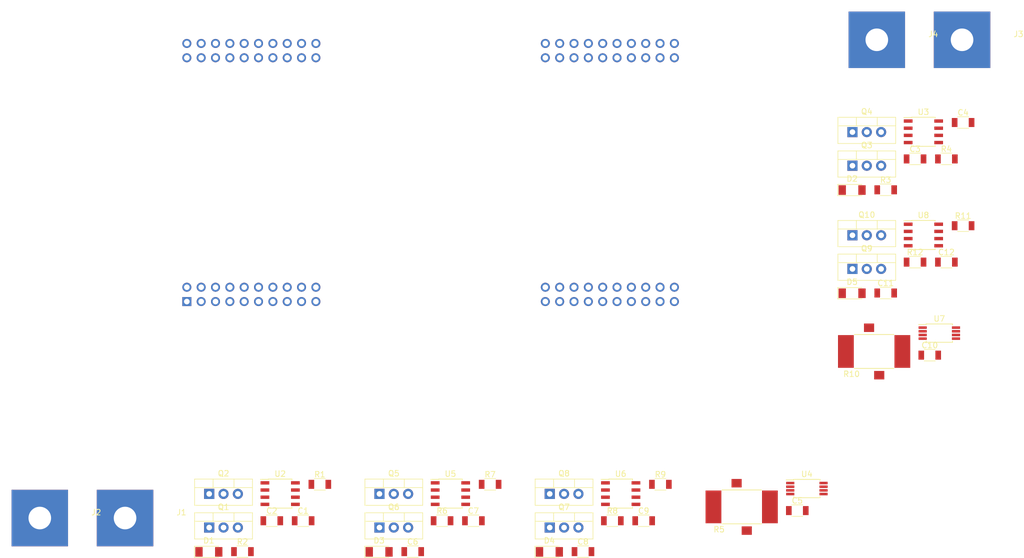
<source format=kicad_pcb>
(kicad_pcb (version 20171130) (host pcbnew "(5.1.0)-1")

  (general
    (thickness 1.6)
    (drawings 0)
    (tracks 0)
    (zones 0)
    (modules 51)
    (nets 116)
  )

  (page A4)
  (layers
    (0 F.Cu signal)
    (31 B.Cu signal)
    (32 B.Adhes user)
    (33 F.Adhes user)
    (34 B.Paste user)
    (35 F.Paste user)
    (36 B.SilkS user)
    (37 F.SilkS user)
    (38 B.Mask user)
    (39 F.Mask user)
    (40 Dwgs.User user)
    (41 Cmts.User user)
    (42 Eco1.User user)
    (43 Eco2.User user)
    (44 Edge.Cuts user)
    (45 Margin user)
    (46 B.CrtYd user)
    (47 F.CrtYd user)
    (48 B.Fab user)
    (49 F.Fab user)
  )

  (setup
    (last_trace_width 0.25)
    (trace_clearance 0.2)
    (zone_clearance 0.508)
    (zone_45_only no)
    (trace_min 0.2)
    (via_size 0.8)
    (via_drill 0.4)
    (via_min_size 0.4)
    (via_min_drill 0.3)
    (uvia_size 0.3)
    (uvia_drill 0.1)
    (uvias_allowed no)
    (uvia_min_size 0.2)
    (uvia_min_drill 0.1)
    (edge_width 0.05)
    (segment_width 0.2)
    (pcb_text_width 0.3)
    (pcb_text_size 1.5 1.5)
    (mod_edge_width 0.12)
    (mod_text_size 1 1)
    (mod_text_width 0.15)
    (pad_size 1.524 1.524)
    (pad_drill 0.762)
    (pad_to_mask_clearance 0.051)
    (solder_mask_min_width 0.25)
    (aux_axis_origin 0 0)
    (visible_elements 7FFFFFFF)
    (pcbplotparams
      (layerselection 0x010fc_ffffffff)
      (usegerberextensions false)
      (usegerberattributes false)
      (usegerberadvancedattributes false)
      (creategerberjobfile false)
      (excludeedgelayer true)
      (linewidth 0.100000)
      (plotframeref false)
      (viasonmask false)
      (mode 1)
      (useauxorigin false)
      (hpglpennumber 1)
      (hpglpenspeed 20)
      (hpglpendiameter 15.000000)
      (psnegative false)
      (psa4output false)
      (plotreference true)
      (plotvalue true)
      (plotinvisibletext false)
      (padsonsilk false)
      (subtractmaskfromsilk false)
      (outputformat 1)
      (mirror false)
      (drillshape 1)
      (scaleselection 1)
      (outputdirectory ""))
  )

  (net 0 "")
  (net 1 -VDC)
  (net 2 +15V)
  (net 3 /power/OUT)
  (net 4 "Net-(C2-Pad1)")
  (net 5 /Leg/Sensor/IN)
  (net 6 "Net-(C4-Pad1)")
  (net 7 +3V3)
  (net 8 /Leg/Power-/OUT)
  (net 9 "Net-(C7-Pad1)")
  (net 10 "/Leg 2/Sensor/IN")
  (net 11 "Net-(C9-Pad1)")
  (net 12 "/Leg 2/Power-/OUT")
  (net 13 "Net-(C12-Pad1)")
  (net 14 /Leg/Sensor/OUT)
  (net 15 "/Leg 2/Sensor/OUT")
  (net 16 +VDC)
  (net 17 "Net-(Q1-Pad1)")
  (net 18 "Net-(Q2-Pad1)")
  (net 19 "Net-(Q3-Pad1)")
  (net 20 "Net-(Q4-Pad1)")
  (net 21 "Net-(Q5-Pad1)")
  (net 22 "Net-(Q6-Pad1)")
  (net 23 "Net-(Q7-Pad1)")
  (net 24 "Net-(Q8-Pad1)")
  (net 25 "Net-(Q9-Pad1)")
  (net 26 "Net-(Q10-Pad1)")
  (net 27 "Net-(R1-Pad1)")
  (net 28 "Net-(R2-Pad1)")
  (net 29 "Net-(R3-Pad1)")
  (net 30 "Net-(R4-Pad1)")
  (net 31 "Net-(R5-Pad3)")
  (net 32 "Net-(R5-Pad2)")
  (net 33 "Net-(R6-Pad1)")
  (net 34 "Net-(R7-Pad1)")
  (net 35 "Net-(R8-Pad1)")
  (net 36 "Net-(R9-Pad1)")
  (net 37 "Net-(R10-Pad3)")
  (net 38 "Net-(R10-Pad2)")
  (net 39 "Net-(R11-Pad1)")
  (net 40 "Net-(R12-Pad1)")
  (net 41 "/Leg 2/QH")
  (net 42 "/Leg 2/QL")
  (net 43 "Net-(U1-Pad78)")
  (net 44 "Net-(U1-Pad77)")
  (net 45 "Net-(U1-Pad76)")
  (net 46 "Net-(U1-Pad75)")
  (net 47 "Net-(U1-Pad74)")
  (net 48 "Net-(U1-Pad73)")
  (net 49 "Net-(U1-Pad72)")
  (net 50 "Net-(U1-Pad71)")
  (net 51 "Net-(U1-Pad70)")
  (net 52 "Net-(U1-Pad69)")
  (net 53 "Net-(U1-Pad68)")
  (net 54 "Net-(U1-Pad67)")
  (net 55 "Net-(U1-Pad66)")
  (net 56 "Net-(U1-Pad65)")
  (net 57 "Net-(U1-Pad64)")
  (net 58 "/Leg 2/Current")
  (net 59 +5V)
  (net 60 "Net-(U1-Pad59)")
  (net 61 "Net-(U1-Pad58)")
  (net 62 "Net-(U1-Pad57)")
  (net 63 "Net-(U1-Pad56)")
  (net 64 "Net-(U1-Pad55)")
  (net 65 "Net-(U1-Pad54)")
  (net 66 "Net-(U1-Pad53)")
  (net 67 "Net-(U1-Pad52)")
  (net 68 "Net-(U1-Pad51)")
  (net 69 "Net-(U1-Pad50)")
  (net 70 "Net-(U1-Pad49)")
  (net 71 "Net-(U1-Pad48)")
  (net 72 "Net-(U1-Pad47)")
  (net 73 "Net-(U1-Pad46)")
  (net 74 "Net-(U1-Pad45)")
  (net 75 "Net-(U1-Pad44)")
  (net 76 "Net-(U1-Pad43)")
  (net 77 "Net-(U1-Pad42)")
  (net 78 /Leg/QH)
  (net 79 /Leg/QL)
  (net 80 /power/QH)
  (net 81 /power/Ql)
  (net 82 "Net-(U1-Pad36)")
  (net 83 "Net-(U1-Pad35)")
  (net 84 "Net-(U1-Pad34)")
  (net 85 "Net-(U1-Pad33)")
  (net 86 "Net-(U1-Pad32)")
  (net 87 "Net-(U1-Pad31)")
  (net 88 "Net-(U1-Pad30)")
  (net 89 "Net-(U1-Pad29)")
  (net 90 "Net-(U1-Pad28)")
  (net 91 "Net-(U1-Pad27)")
  (net 92 "Net-(U1-Pad26)")
  (net 93 "Net-(U1-Pad25)")
  (net 94 /Leg/Current)
  (net 95 "Net-(U1-Pad23)")
  (net 96 "Net-(U1-Pad19)")
  (net 97 "Net-(U1-Pad18)")
  (net 98 "Net-(U1-Pad17)")
  (net 99 "Net-(U1-Pad16)")
  (net 100 "Net-(U1-Pad15)")
  (net 101 "Net-(U1-Pad14)")
  (net 102 "Net-(U1-Pad13)")
  (net 103 "Net-(U1-Pad12)")
  (net 104 "Net-(U1-Pad11)")
  (net 105 "Net-(U1-Pad10)")
  (net 106 "Net-(U1-Pad9)")
  (net 107 "Net-(U1-Pad8)")
  (net 108 "Net-(U1-Pad7)")
  (net 109 "Net-(U1-Pad6)")
  (net 110 "Net-(U1-Pad5)")
  (net 111 "Net-(U1-Pad4)")
  (net 112 "Net-(U1-Pad3)")
  (net 113 "Net-(U1-Pad2)")
  (net 114 "Net-(U4-Pad1)")
  (net 115 "Net-(U7-Pad1)")

  (net_class Default "This is the default net class."
    (clearance 0.2)
    (trace_width 0.25)
    (via_dia 0.8)
    (via_drill 0.4)
    (uvia_dia 0.3)
    (uvia_drill 0.1)
    (add_net +15V)
    (add_net +3V3)
    (add_net +5V)
    (add_net +VDC)
    (add_net -VDC)
    (add_net "/Leg 2/Current")
    (add_net "/Leg 2/Power-/OUT")
    (add_net "/Leg 2/QH")
    (add_net "/Leg 2/QL")
    (add_net "/Leg 2/Sensor/IN")
    (add_net "/Leg 2/Sensor/OUT")
    (add_net /Leg/Current)
    (add_net /Leg/Power-/OUT)
    (add_net /Leg/QH)
    (add_net /Leg/QL)
    (add_net /Leg/Sensor/IN)
    (add_net /Leg/Sensor/OUT)
    (add_net /power/OUT)
    (add_net /power/QH)
    (add_net /power/Ql)
    (add_net "Net-(C12-Pad1)")
    (add_net "Net-(C2-Pad1)")
    (add_net "Net-(C4-Pad1)")
    (add_net "Net-(C7-Pad1)")
    (add_net "Net-(C9-Pad1)")
    (add_net "Net-(Q1-Pad1)")
    (add_net "Net-(Q10-Pad1)")
    (add_net "Net-(Q2-Pad1)")
    (add_net "Net-(Q3-Pad1)")
    (add_net "Net-(Q4-Pad1)")
    (add_net "Net-(Q5-Pad1)")
    (add_net "Net-(Q6-Pad1)")
    (add_net "Net-(Q7-Pad1)")
    (add_net "Net-(Q8-Pad1)")
    (add_net "Net-(Q9-Pad1)")
    (add_net "Net-(R1-Pad1)")
    (add_net "Net-(R10-Pad2)")
    (add_net "Net-(R10-Pad3)")
    (add_net "Net-(R11-Pad1)")
    (add_net "Net-(R12-Pad1)")
    (add_net "Net-(R2-Pad1)")
    (add_net "Net-(R3-Pad1)")
    (add_net "Net-(R4-Pad1)")
    (add_net "Net-(R5-Pad2)")
    (add_net "Net-(R5-Pad3)")
    (add_net "Net-(R6-Pad1)")
    (add_net "Net-(R7-Pad1)")
    (add_net "Net-(R8-Pad1)")
    (add_net "Net-(R9-Pad1)")
    (add_net "Net-(U1-Pad10)")
    (add_net "Net-(U1-Pad11)")
    (add_net "Net-(U1-Pad12)")
    (add_net "Net-(U1-Pad13)")
    (add_net "Net-(U1-Pad14)")
    (add_net "Net-(U1-Pad15)")
    (add_net "Net-(U1-Pad16)")
    (add_net "Net-(U1-Pad17)")
    (add_net "Net-(U1-Pad18)")
    (add_net "Net-(U1-Pad19)")
    (add_net "Net-(U1-Pad2)")
    (add_net "Net-(U1-Pad23)")
    (add_net "Net-(U1-Pad25)")
    (add_net "Net-(U1-Pad26)")
    (add_net "Net-(U1-Pad27)")
    (add_net "Net-(U1-Pad28)")
    (add_net "Net-(U1-Pad29)")
    (add_net "Net-(U1-Pad3)")
    (add_net "Net-(U1-Pad30)")
    (add_net "Net-(U1-Pad31)")
    (add_net "Net-(U1-Pad32)")
    (add_net "Net-(U1-Pad33)")
    (add_net "Net-(U1-Pad34)")
    (add_net "Net-(U1-Pad35)")
    (add_net "Net-(U1-Pad36)")
    (add_net "Net-(U1-Pad4)")
    (add_net "Net-(U1-Pad42)")
    (add_net "Net-(U1-Pad43)")
    (add_net "Net-(U1-Pad44)")
    (add_net "Net-(U1-Pad45)")
    (add_net "Net-(U1-Pad46)")
    (add_net "Net-(U1-Pad47)")
    (add_net "Net-(U1-Pad48)")
    (add_net "Net-(U1-Pad49)")
    (add_net "Net-(U1-Pad5)")
    (add_net "Net-(U1-Pad50)")
    (add_net "Net-(U1-Pad51)")
    (add_net "Net-(U1-Pad52)")
    (add_net "Net-(U1-Pad53)")
    (add_net "Net-(U1-Pad54)")
    (add_net "Net-(U1-Pad55)")
    (add_net "Net-(U1-Pad56)")
    (add_net "Net-(U1-Pad57)")
    (add_net "Net-(U1-Pad58)")
    (add_net "Net-(U1-Pad59)")
    (add_net "Net-(U1-Pad6)")
    (add_net "Net-(U1-Pad64)")
    (add_net "Net-(U1-Pad65)")
    (add_net "Net-(U1-Pad66)")
    (add_net "Net-(U1-Pad67)")
    (add_net "Net-(U1-Pad68)")
    (add_net "Net-(U1-Pad69)")
    (add_net "Net-(U1-Pad7)")
    (add_net "Net-(U1-Pad70)")
    (add_net "Net-(U1-Pad71)")
    (add_net "Net-(U1-Pad72)")
    (add_net "Net-(U1-Pad73)")
    (add_net "Net-(U1-Pad74)")
    (add_net "Net-(U1-Pad75)")
    (add_net "Net-(U1-Pad76)")
    (add_net "Net-(U1-Pad77)")
    (add_net "Net-(U1-Pad78)")
    (add_net "Net-(U1-Pad8)")
    (add_net "Net-(U1-Pad9)")
    (add_net "Net-(U4-Pad1)")
    (add_net "Net-(U7-Pad1)")
  )

  (module Package_SO:SO8 (layer F.Cu) (tedit 5B768FC1) (tstamp 5CB2F9AB)
    (at 185.308 59.494)
    (descr "8-Lead Plastic Small Outline (SN) - Narrow, 3.90 mm Body [SOIC] (see Microchip Packaging Specification 00000049BS.pdf)")
    (tags "SOIC 1.27")
    (path /5CAF0FB9/5B772791/5B768171)
    (attr smd)
    (fp_text reference U8 (at 0 -3.5) (layer F.SilkS)
      (effects (font (size 1 1) (thickness 0.15)))
    )
    (fp_text value IR2181 (at 0 3.5) (layer F.Fab) hide
      (effects (font (size 1 1) (thickness 0.15)))
    )
    (fp_line (start -2.075 -2.525) (end -3.475 -2.525) (layer F.SilkS) (width 0.15))
    (fp_line (start -2.075 2.575) (end 2.075 2.575) (layer F.SilkS) (width 0.15))
    (fp_line (start -2.075 -2.575) (end 2.075 -2.575) (layer F.SilkS) (width 0.15))
    (fp_line (start -2.075 2.575) (end -2.075 2.43) (layer F.SilkS) (width 0.15))
    (fp_line (start 2.075 2.575) (end 2.075 2.43) (layer F.SilkS) (width 0.15))
    (fp_line (start 2.075 -2.575) (end 2.075 -2.43) (layer F.SilkS) (width 0.15))
    (fp_line (start -2.075 -2.575) (end -2.075 -2.525) (layer F.SilkS) (width 0.15))
    (fp_line (start -3.73 2.7) (end 3.73 2.7) (layer F.CrtYd) (width 0.05))
    (fp_line (start -3.73 -2.7) (end 3.73 -2.7) (layer F.CrtYd) (width 0.05))
    (fp_line (start 3.73 -2.7) (end 3.73 2.7) (layer F.CrtYd) (width 0.05))
    (fp_line (start -3.73 -2.7) (end -3.73 2.7) (layer F.CrtYd) (width 0.05))
    (fp_line (start -1.95 -1.45) (end -0.95 -2.45) (layer F.Fab) (width 0.1))
    (fp_line (start -1.95 2.45) (end -1.95 -1.45) (layer F.Fab) (width 0.1))
    (fp_line (start 1.95 2.45) (end -1.95 2.45) (layer F.Fab) (width 0.1))
    (fp_line (start 1.95 -2.45) (end 1.95 2.45) (layer F.Fab) (width 0.1))
    (fp_line (start -0.95 -2.45) (end 1.95 -2.45) (layer F.Fab) (width 0.1))
    (fp_text user %R (at 0 0) (layer F.Fab)
      (effects (font (size 1 1) (thickness 0.15)))
    )
    (pad 8 smd rect (at 2.7 -1.905) (size 1.55 0.6) (layers F.Cu F.Paste F.Mask)
      (net 13 "Net-(C12-Pad1)"))
    (pad 7 smd rect (at 2.7 -0.635) (size 1.55 0.6) (layers F.Cu F.Paste F.Mask)
      (net 39 "Net-(R11-Pad1)"))
    (pad 6 smd rect (at 2.7 0.635) (size 1.55 0.6) (layers F.Cu F.Paste F.Mask)
      (net 12 "/Leg 2/Power-/OUT"))
    (pad 5 smd rect (at 2.7 1.905) (size 1.55 0.6) (layers F.Cu F.Paste F.Mask)
      (net 2 +15V))
    (pad 4 smd rect (at -2.7 1.905) (size 1.55 0.6) (layers F.Cu F.Paste F.Mask)
      (net 40 "Net-(R12-Pad1)"))
    (pad 3 smd rect (at -2.7 0.635) (size 1.55 0.6) (layers F.Cu F.Paste F.Mask)
      (net 1 -VDC))
    (pad 2 smd rect (at -2.7 -0.635) (size 1.55 0.6) (layers F.Cu F.Paste F.Mask)
      (net 41 "/Leg 2/QH"))
    (pad 1 smd rect (at -2.7 -1.905) (size 1.55 0.6) (layers F.Cu F.Paste F.Mask)
      (net 42 "/Leg 2/QL"))
    (model ${KISYS3DMOD}/Package_SO.3dshapes/SOIC-8_3.9x4.9mm_P1.27mm.wrl
      (at (xyz 0 0 0))
      (scale (xyz 1 1 1))
      (rotate (xyz 0 0 0))
    )
  )

  (module Package_SO:TSSOP-8_4.4x3mm_P0.65mm (layer F.Cu) (tedit 5A02F25C) (tstamp 5CB2F98E)
    (at 188.128 76.874)
    (descr "8-Lead Plastic Thin Shrink Small Outline (ST)-4.4 mm Body [TSSOP] (see Microchip Packaging Specification 00000049BS.pdf)")
    (tags "SSOP 0.65")
    (path /5CAF0FB9/5B767FF5/5B76BDE6)
    (attr smd)
    (fp_text reference U7 (at 0 -2.55) (layer F.SilkS)
      (effects (font (size 1 1) (thickness 0.15)))
    )
    (fp_text value INA240 (at 0 2.55) (layer F.Fab)
      (effects (font (size 1 1) (thickness 0.15)))
    )
    (fp_text user %R (at 0 0) (layer F.Fab)
      (effects (font (size 0.7 0.7) (thickness 0.15)))
    )
    (fp_line (start -2.325 -1.525) (end -3.675 -1.525) (layer F.SilkS) (width 0.15))
    (fp_line (start -2.325 1.625) (end 2.325 1.625) (layer F.SilkS) (width 0.15))
    (fp_line (start -2.325 -1.625) (end 2.325 -1.625) (layer F.SilkS) (width 0.15))
    (fp_line (start -2.325 1.625) (end -2.325 1.425) (layer F.SilkS) (width 0.15))
    (fp_line (start 2.325 1.625) (end 2.325 1.425) (layer F.SilkS) (width 0.15))
    (fp_line (start 2.325 -1.625) (end 2.325 -1.425) (layer F.SilkS) (width 0.15))
    (fp_line (start -2.325 -1.625) (end -2.325 -1.525) (layer F.SilkS) (width 0.15))
    (fp_line (start -3.95 1.8) (end 3.95 1.8) (layer F.CrtYd) (width 0.05))
    (fp_line (start -3.95 -1.8) (end 3.95 -1.8) (layer F.CrtYd) (width 0.05))
    (fp_line (start 3.95 -1.8) (end 3.95 1.8) (layer F.CrtYd) (width 0.05))
    (fp_line (start -3.95 -1.8) (end -3.95 1.8) (layer F.CrtYd) (width 0.05))
    (fp_line (start -2.2 -0.5) (end -1.2 -1.5) (layer F.Fab) (width 0.15))
    (fp_line (start -2.2 1.5) (end -2.2 -0.5) (layer F.Fab) (width 0.15))
    (fp_line (start 2.2 1.5) (end -2.2 1.5) (layer F.Fab) (width 0.15))
    (fp_line (start 2.2 -1.5) (end 2.2 1.5) (layer F.Fab) (width 0.15))
    (fp_line (start -1.2 -1.5) (end 2.2 -1.5) (layer F.Fab) (width 0.15))
    (pad 8 smd rect (at 2.95 -0.975) (size 1.45 0.45) (layers F.Cu F.Paste F.Mask)
      (net 58 "/Leg 2/Current"))
    (pad 7 smd rect (at 2.95 -0.325) (size 1.45 0.45) (layers F.Cu F.Paste F.Mask)
      (net 1 -VDC))
    (pad 6 smd rect (at 2.95 0.325) (size 1.45 0.45) (layers F.Cu F.Paste F.Mask)
      (net 7 +3V3))
    (pad 5 smd rect (at 2.95 0.975) (size 1.45 0.45) (layers F.Cu F.Paste F.Mask)
      (net 7 +3V3))
    (pad 4 smd rect (at -2.95 0.975) (size 1.45 0.45) (layers F.Cu F.Paste F.Mask)
      (net 1 -VDC))
    (pad 3 smd rect (at -2.95 0.325) (size 1.45 0.45) (layers F.Cu F.Paste F.Mask)
      (net 38 "Net-(R10-Pad2)"))
    (pad 2 smd rect (at -2.95 -0.325) (size 1.45 0.45) (layers F.Cu F.Paste F.Mask)
      (net 37 "Net-(R10-Pad3)"))
    (pad 1 smd rect (at -2.95 -0.975) (size 1.45 0.45) (layers F.Cu F.Paste F.Mask)
      (net 115 "Net-(U7-Pad1)"))
    (model ${KISYS3DMOD}/Package_SO.3dshapes/TSSOP-8_4.4x3mm_P0.65mm.wrl
      (at (xyz 0 0 0))
      (scale (xyz 1 1 1))
      (rotate (xyz 0 0 0))
    )
  )

  (module Package_SO:SO8 (layer F.Cu) (tedit 5B768FC1) (tstamp 5CB2F971)
    (at 131.688 105.304)
    (descr "8-Lead Plastic Small Outline (SN) - Narrow, 3.90 mm Body [SOIC] (see Microchip Packaging Specification 00000049BS.pdf)")
    (tags "SOIC 1.27")
    (path /5CAF0FB9/5B767FF2/5B768171)
    (attr smd)
    (fp_text reference U6 (at 0 -3.5) (layer F.SilkS)
      (effects (font (size 1 1) (thickness 0.15)))
    )
    (fp_text value IR2181 (at 0 3.5) (layer F.Fab) hide
      (effects (font (size 1 1) (thickness 0.15)))
    )
    (fp_line (start -2.075 -2.525) (end -3.475 -2.525) (layer F.SilkS) (width 0.15))
    (fp_line (start -2.075 2.575) (end 2.075 2.575) (layer F.SilkS) (width 0.15))
    (fp_line (start -2.075 -2.575) (end 2.075 -2.575) (layer F.SilkS) (width 0.15))
    (fp_line (start -2.075 2.575) (end -2.075 2.43) (layer F.SilkS) (width 0.15))
    (fp_line (start 2.075 2.575) (end 2.075 2.43) (layer F.SilkS) (width 0.15))
    (fp_line (start 2.075 -2.575) (end 2.075 -2.43) (layer F.SilkS) (width 0.15))
    (fp_line (start -2.075 -2.575) (end -2.075 -2.525) (layer F.SilkS) (width 0.15))
    (fp_line (start -3.73 2.7) (end 3.73 2.7) (layer F.CrtYd) (width 0.05))
    (fp_line (start -3.73 -2.7) (end 3.73 -2.7) (layer F.CrtYd) (width 0.05))
    (fp_line (start 3.73 -2.7) (end 3.73 2.7) (layer F.CrtYd) (width 0.05))
    (fp_line (start -3.73 -2.7) (end -3.73 2.7) (layer F.CrtYd) (width 0.05))
    (fp_line (start -1.95 -1.45) (end -0.95 -2.45) (layer F.Fab) (width 0.1))
    (fp_line (start -1.95 2.45) (end -1.95 -1.45) (layer F.Fab) (width 0.1))
    (fp_line (start 1.95 2.45) (end -1.95 2.45) (layer F.Fab) (width 0.1))
    (fp_line (start 1.95 -2.45) (end 1.95 2.45) (layer F.Fab) (width 0.1))
    (fp_line (start -0.95 -2.45) (end 1.95 -2.45) (layer F.Fab) (width 0.1))
    (fp_text user %R (at 0 0) (layer F.Fab)
      (effects (font (size 1 1) (thickness 0.15)))
    )
    (pad 8 smd rect (at 2.7 -1.905) (size 1.55 0.6) (layers F.Cu F.Paste F.Mask)
      (net 11 "Net-(C9-Pad1)"))
    (pad 7 smd rect (at 2.7 -0.635) (size 1.55 0.6) (layers F.Cu F.Paste F.Mask)
      (net 35 "Net-(R8-Pad1)"))
    (pad 6 smd rect (at 2.7 0.635) (size 1.55 0.6) (layers F.Cu F.Paste F.Mask)
      (net 10 "/Leg 2/Sensor/IN"))
    (pad 5 smd rect (at 2.7 1.905) (size 1.55 0.6) (layers F.Cu F.Paste F.Mask)
      (net 2 +15V))
    (pad 4 smd rect (at -2.7 1.905) (size 1.55 0.6) (layers F.Cu F.Paste F.Mask)
      (net 36 "Net-(R9-Pad1)"))
    (pad 3 smd rect (at -2.7 0.635) (size 1.55 0.6) (layers F.Cu F.Paste F.Mask)
      (net 1 -VDC))
    (pad 2 smd rect (at -2.7 -0.635) (size 1.55 0.6) (layers F.Cu F.Paste F.Mask)
      (net 42 "/Leg 2/QL"))
    (pad 1 smd rect (at -2.7 -1.905) (size 1.55 0.6) (layers F.Cu F.Paste F.Mask)
      (net 41 "/Leg 2/QH"))
    (model ${KISYS3DMOD}/Package_SO.3dshapes/SOIC-8_3.9x4.9mm_P1.27mm.wrl
      (at (xyz 0 0 0))
      (scale (xyz 1 1 1))
      (rotate (xyz 0 0 0))
    )
  )

  (module Package_SO:SO8 (layer F.Cu) (tedit 5B768FC1) (tstamp 5CB2F954)
    (at 101.528 105.304)
    (descr "8-Lead Plastic Small Outline (SN) - Narrow, 3.90 mm Body [SOIC] (see Microchip Packaging Specification 00000049BS.pdf)")
    (tags "SOIC 1.27")
    (path /5CADA6B4/5B772791/5B768171)
    (attr smd)
    (fp_text reference U5 (at 0 -3.5) (layer F.SilkS)
      (effects (font (size 1 1) (thickness 0.15)))
    )
    (fp_text value IR2181 (at 0 3.5) (layer F.Fab) hide
      (effects (font (size 1 1) (thickness 0.15)))
    )
    (fp_line (start -2.075 -2.525) (end -3.475 -2.525) (layer F.SilkS) (width 0.15))
    (fp_line (start -2.075 2.575) (end 2.075 2.575) (layer F.SilkS) (width 0.15))
    (fp_line (start -2.075 -2.575) (end 2.075 -2.575) (layer F.SilkS) (width 0.15))
    (fp_line (start -2.075 2.575) (end -2.075 2.43) (layer F.SilkS) (width 0.15))
    (fp_line (start 2.075 2.575) (end 2.075 2.43) (layer F.SilkS) (width 0.15))
    (fp_line (start 2.075 -2.575) (end 2.075 -2.43) (layer F.SilkS) (width 0.15))
    (fp_line (start -2.075 -2.575) (end -2.075 -2.525) (layer F.SilkS) (width 0.15))
    (fp_line (start -3.73 2.7) (end 3.73 2.7) (layer F.CrtYd) (width 0.05))
    (fp_line (start -3.73 -2.7) (end 3.73 -2.7) (layer F.CrtYd) (width 0.05))
    (fp_line (start 3.73 -2.7) (end 3.73 2.7) (layer F.CrtYd) (width 0.05))
    (fp_line (start -3.73 -2.7) (end -3.73 2.7) (layer F.CrtYd) (width 0.05))
    (fp_line (start -1.95 -1.45) (end -0.95 -2.45) (layer F.Fab) (width 0.1))
    (fp_line (start -1.95 2.45) (end -1.95 -1.45) (layer F.Fab) (width 0.1))
    (fp_line (start 1.95 2.45) (end -1.95 2.45) (layer F.Fab) (width 0.1))
    (fp_line (start 1.95 -2.45) (end 1.95 2.45) (layer F.Fab) (width 0.1))
    (fp_line (start -0.95 -2.45) (end 1.95 -2.45) (layer F.Fab) (width 0.1))
    (fp_text user %R (at 0 0) (layer F.Fab)
      (effects (font (size 1 1) (thickness 0.15)))
    )
    (pad 8 smd rect (at 2.7 -1.905) (size 1.55 0.6) (layers F.Cu F.Paste F.Mask)
      (net 9 "Net-(C7-Pad1)"))
    (pad 7 smd rect (at 2.7 -0.635) (size 1.55 0.6) (layers F.Cu F.Paste F.Mask)
      (net 33 "Net-(R6-Pad1)"))
    (pad 6 smd rect (at 2.7 0.635) (size 1.55 0.6) (layers F.Cu F.Paste F.Mask)
      (net 8 /Leg/Power-/OUT))
    (pad 5 smd rect (at 2.7 1.905) (size 1.55 0.6) (layers F.Cu F.Paste F.Mask)
      (net 2 +15V))
    (pad 4 smd rect (at -2.7 1.905) (size 1.55 0.6) (layers F.Cu F.Paste F.Mask)
      (net 34 "Net-(R7-Pad1)"))
    (pad 3 smd rect (at -2.7 0.635) (size 1.55 0.6) (layers F.Cu F.Paste F.Mask)
      (net 1 -VDC))
    (pad 2 smd rect (at -2.7 -0.635) (size 1.55 0.6) (layers F.Cu F.Paste F.Mask)
      (net 78 /Leg/QH))
    (pad 1 smd rect (at -2.7 -1.905) (size 1.55 0.6) (layers F.Cu F.Paste F.Mask)
      (net 79 /Leg/QL))
    (model ${KISYS3DMOD}/Package_SO.3dshapes/SOIC-8_3.9x4.9mm_P1.27mm.wrl
      (at (xyz 0 0 0))
      (scale (xyz 1 1 1))
      (rotate (xyz 0 0 0))
    )
  )

  (module Package_SO:TSSOP-8_4.4x3mm_P0.65mm (layer F.Cu) (tedit 5A02F25C) (tstamp 5CB2F937)
    (at 164.668 104.404)
    (descr "8-Lead Plastic Thin Shrink Small Outline (ST)-4.4 mm Body [TSSOP] (see Microchip Packaging Specification 00000049BS.pdf)")
    (tags "SSOP 0.65")
    (path /5CADA6B4/5B767FF5/5B76BDE6)
    (attr smd)
    (fp_text reference U4 (at 0 -2.55) (layer F.SilkS)
      (effects (font (size 1 1) (thickness 0.15)))
    )
    (fp_text value INA240 (at 0 2.55) (layer F.Fab)
      (effects (font (size 1 1) (thickness 0.15)))
    )
    (fp_text user %R (at 0 0) (layer F.Fab)
      (effects (font (size 0.7 0.7) (thickness 0.15)))
    )
    (fp_line (start -2.325 -1.525) (end -3.675 -1.525) (layer F.SilkS) (width 0.15))
    (fp_line (start -2.325 1.625) (end 2.325 1.625) (layer F.SilkS) (width 0.15))
    (fp_line (start -2.325 -1.625) (end 2.325 -1.625) (layer F.SilkS) (width 0.15))
    (fp_line (start -2.325 1.625) (end -2.325 1.425) (layer F.SilkS) (width 0.15))
    (fp_line (start 2.325 1.625) (end 2.325 1.425) (layer F.SilkS) (width 0.15))
    (fp_line (start 2.325 -1.625) (end 2.325 -1.425) (layer F.SilkS) (width 0.15))
    (fp_line (start -2.325 -1.625) (end -2.325 -1.525) (layer F.SilkS) (width 0.15))
    (fp_line (start -3.95 1.8) (end 3.95 1.8) (layer F.CrtYd) (width 0.05))
    (fp_line (start -3.95 -1.8) (end 3.95 -1.8) (layer F.CrtYd) (width 0.05))
    (fp_line (start 3.95 -1.8) (end 3.95 1.8) (layer F.CrtYd) (width 0.05))
    (fp_line (start -3.95 -1.8) (end -3.95 1.8) (layer F.CrtYd) (width 0.05))
    (fp_line (start -2.2 -0.5) (end -1.2 -1.5) (layer F.Fab) (width 0.15))
    (fp_line (start -2.2 1.5) (end -2.2 -0.5) (layer F.Fab) (width 0.15))
    (fp_line (start 2.2 1.5) (end -2.2 1.5) (layer F.Fab) (width 0.15))
    (fp_line (start 2.2 -1.5) (end 2.2 1.5) (layer F.Fab) (width 0.15))
    (fp_line (start -1.2 -1.5) (end 2.2 -1.5) (layer F.Fab) (width 0.15))
    (pad 8 smd rect (at 2.95 -0.975) (size 1.45 0.45) (layers F.Cu F.Paste F.Mask)
      (net 94 /Leg/Current))
    (pad 7 smd rect (at 2.95 -0.325) (size 1.45 0.45) (layers F.Cu F.Paste F.Mask)
      (net 1 -VDC))
    (pad 6 smd rect (at 2.95 0.325) (size 1.45 0.45) (layers F.Cu F.Paste F.Mask)
      (net 7 +3V3))
    (pad 5 smd rect (at 2.95 0.975) (size 1.45 0.45) (layers F.Cu F.Paste F.Mask)
      (net 7 +3V3))
    (pad 4 smd rect (at -2.95 0.975) (size 1.45 0.45) (layers F.Cu F.Paste F.Mask)
      (net 1 -VDC))
    (pad 3 smd rect (at -2.95 0.325) (size 1.45 0.45) (layers F.Cu F.Paste F.Mask)
      (net 32 "Net-(R5-Pad2)"))
    (pad 2 smd rect (at -2.95 -0.325) (size 1.45 0.45) (layers F.Cu F.Paste F.Mask)
      (net 31 "Net-(R5-Pad3)"))
    (pad 1 smd rect (at -2.95 -0.975) (size 1.45 0.45) (layers F.Cu F.Paste F.Mask)
      (net 114 "Net-(U4-Pad1)"))
    (model ${KISYS3DMOD}/Package_SO.3dshapes/TSSOP-8_4.4x3mm_P0.65mm.wrl
      (at (xyz 0 0 0))
      (scale (xyz 1 1 1))
      (rotate (xyz 0 0 0))
    )
  )

  (module Package_SO:SO8 (layer F.Cu) (tedit 5B768FC1) (tstamp 5CB2F91A)
    (at 185.308 41.214)
    (descr "8-Lead Plastic Small Outline (SN) - Narrow, 3.90 mm Body [SOIC] (see Microchip Packaging Specification 00000049BS.pdf)")
    (tags "SOIC 1.27")
    (path /5CADA6B4/5B767FF2/5B768171)
    (attr smd)
    (fp_text reference U3 (at 0 -3.5) (layer F.SilkS)
      (effects (font (size 1 1) (thickness 0.15)))
    )
    (fp_text value IR2181 (at 0 3.5) (layer F.Fab) hide
      (effects (font (size 1 1) (thickness 0.15)))
    )
    (fp_line (start -2.075 -2.525) (end -3.475 -2.525) (layer F.SilkS) (width 0.15))
    (fp_line (start -2.075 2.575) (end 2.075 2.575) (layer F.SilkS) (width 0.15))
    (fp_line (start -2.075 -2.575) (end 2.075 -2.575) (layer F.SilkS) (width 0.15))
    (fp_line (start -2.075 2.575) (end -2.075 2.43) (layer F.SilkS) (width 0.15))
    (fp_line (start 2.075 2.575) (end 2.075 2.43) (layer F.SilkS) (width 0.15))
    (fp_line (start 2.075 -2.575) (end 2.075 -2.43) (layer F.SilkS) (width 0.15))
    (fp_line (start -2.075 -2.575) (end -2.075 -2.525) (layer F.SilkS) (width 0.15))
    (fp_line (start -3.73 2.7) (end 3.73 2.7) (layer F.CrtYd) (width 0.05))
    (fp_line (start -3.73 -2.7) (end 3.73 -2.7) (layer F.CrtYd) (width 0.05))
    (fp_line (start 3.73 -2.7) (end 3.73 2.7) (layer F.CrtYd) (width 0.05))
    (fp_line (start -3.73 -2.7) (end -3.73 2.7) (layer F.CrtYd) (width 0.05))
    (fp_line (start -1.95 -1.45) (end -0.95 -2.45) (layer F.Fab) (width 0.1))
    (fp_line (start -1.95 2.45) (end -1.95 -1.45) (layer F.Fab) (width 0.1))
    (fp_line (start 1.95 2.45) (end -1.95 2.45) (layer F.Fab) (width 0.1))
    (fp_line (start 1.95 -2.45) (end 1.95 2.45) (layer F.Fab) (width 0.1))
    (fp_line (start -0.95 -2.45) (end 1.95 -2.45) (layer F.Fab) (width 0.1))
    (fp_text user %R (at 0 0) (layer F.Fab)
      (effects (font (size 1 1) (thickness 0.15)))
    )
    (pad 8 smd rect (at 2.7 -1.905) (size 1.55 0.6) (layers F.Cu F.Paste F.Mask)
      (net 6 "Net-(C4-Pad1)"))
    (pad 7 smd rect (at 2.7 -0.635) (size 1.55 0.6) (layers F.Cu F.Paste F.Mask)
      (net 29 "Net-(R3-Pad1)"))
    (pad 6 smd rect (at 2.7 0.635) (size 1.55 0.6) (layers F.Cu F.Paste F.Mask)
      (net 5 /Leg/Sensor/IN))
    (pad 5 smd rect (at 2.7 1.905) (size 1.55 0.6) (layers F.Cu F.Paste F.Mask)
      (net 2 +15V))
    (pad 4 smd rect (at -2.7 1.905) (size 1.55 0.6) (layers F.Cu F.Paste F.Mask)
      (net 30 "Net-(R4-Pad1)"))
    (pad 3 smd rect (at -2.7 0.635) (size 1.55 0.6) (layers F.Cu F.Paste F.Mask)
      (net 1 -VDC))
    (pad 2 smd rect (at -2.7 -0.635) (size 1.55 0.6) (layers F.Cu F.Paste F.Mask)
      (net 79 /Leg/QL))
    (pad 1 smd rect (at -2.7 -1.905) (size 1.55 0.6) (layers F.Cu F.Paste F.Mask)
      (net 78 /Leg/QH))
    (model ${KISYS3DMOD}/Package_SO.3dshapes/SOIC-8_3.9x4.9mm_P1.27mm.wrl
      (at (xyz 0 0 0))
      (scale (xyz 1 1 1))
      (rotate (xyz 0 0 0))
    )
  )

  (module Package_SO:SO8 (layer F.Cu) (tedit 5B768FC1) (tstamp 5CB2F8FD)
    (at 71.368 105.304)
    (descr "8-Lead Plastic Small Outline (SN) - Narrow, 3.90 mm Body [SOIC] (see Microchip Packaging Specification 00000049BS.pdf)")
    (tags "SOIC 1.27")
    (path /5CADA2A6/5B768171)
    (attr smd)
    (fp_text reference U2 (at 0 -3.5) (layer F.SilkS)
      (effects (font (size 1 1) (thickness 0.15)))
    )
    (fp_text value IR2181 (at 0 3.5) (layer F.Fab) hide
      (effects (font (size 1 1) (thickness 0.15)))
    )
    (fp_line (start -2.075 -2.525) (end -3.475 -2.525) (layer F.SilkS) (width 0.15))
    (fp_line (start -2.075 2.575) (end 2.075 2.575) (layer F.SilkS) (width 0.15))
    (fp_line (start -2.075 -2.575) (end 2.075 -2.575) (layer F.SilkS) (width 0.15))
    (fp_line (start -2.075 2.575) (end -2.075 2.43) (layer F.SilkS) (width 0.15))
    (fp_line (start 2.075 2.575) (end 2.075 2.43) (layer F.SilkS) (width 0.15))
    (fp_line (start 2.075 -2.575) (end 2.075 -2.43) (layer F.SilkS) (width 0.15))
    (fp_line (start -2.075 -2.575) (end -2.075 -2.525) (layer F.SilkS) (width 0.15))
    (fp_line (start -3.73 2.7) (end 3.73 2.7) (layer F.CrtYd) (width 0.05))
    (fp_line (start -3.73 -2.7) (end 3.73 -2.7) (layer F.CrtYd) (width 0.05))
    (fp_line (start 3.73 -2.7) (end 3.73 2.7) (layer F.CrtYd) (width 0.05))
    (fp_line (start -3.73 -2.7) (end -3.73 2.7) (layer F.CrtYd) (width 0.05))
    (fp_line (start -1.95 -1.45) (end -0.95 -2.45) (layer F.Fab) (width 0.1))
    (fp_line (start -1.95 2.45) (end -1.95 -1.45) (layer F.Fab) (width 0.1))
    (fp_line (start 1.95 2.45) (end -1.95 2.45) (layer F.Fab) (width 0.1))
    (fp_line (start 1.95 -2.45) (end 1.95 2.45) (layer F.Fab) (width 0.1))
    (fp_line (start -0.95 -2.45) (end 1.95 -2.45) (layer F.Fab) (width 0.1))
    (fp_text user %R (at 0 0) (layer F.Fab)
      (effects (font (size 1 1) (thickness 0.15)))
    )
    (pad 8 smd rect (at 2.7 -1.905) (size 1.55 0.6) (layers F.Cu F.Paste F.Mask)
      (net 4 "Net-(C2-Pad1)"))
    (pad 7 smd rect (at 2.7 -0.635) (size 1.55 0.6) (layers F.Cu F.Paste F.Mask)
      (net 27 "Net-(R1-Pad1)"))
    (pad 6 smd rect (at 2.7 0.635) (size 1.55 0.6) (layers F.Cu F.Paste F.Mask)
      (net 3 /power/OUT))
    (pad 5 smd rect (at 2.7 1.905) (size 1.55 0.6) (layers F.Cu F.Paste F.Mask)
      (net 2 +15V))
    (pad 4 smd rect (at -2.7 1.905) (size 1.55 0.6) (layers F.Cu F.Paste F.Mask)
      (net 28 "Net-(R2-Pad1)"))
    (pad 3 smd rect (at -2.7 0.635) (size 1.55 0.6) (layers F.Cu F.Paste F.Mask)
      (net 1 -VDC))
    (pad 2 smd rect (at -2.7 -0.635) (size 1.55 0.6) (layers F.Cu F.Paste F.Mask)
      (net 81 /power/Ql))
    (pad 1 smd rect (at -2.7 -1.905) (size 1.55 0.6) (layers F.Cu F.Paste F.Mask)
      (net 80 /power/QH))
    (model ${KISYS3DMOD}/Package_SO.3dshapes/SOIC-8_3.9x4.9mm_P1.27mm.wrl
      (at (xyz 0 0 0))
      (scale (xyz 1 1 1))
      (rotate (xyz 0 0 0))
    )
  )

  (module Module:28379D_launchpad (layer F.Cu) (tedit 5C503553) (tstamp 5CB2F8E0)
    (at 54.838 71.284)
    (descr "28379D launchpad")
    (tags DEV)
    (path /5CA30270)
    (fp_text reference U1 (at -29.845 -53.34) (layer F.SilkS) hide
      (effects (font (size 1 1) (thickness 0.15)))
    )
    (fp_text value LAUNCHXL-F28379D (at 5.715 -5.715) (layer F.Fab) hide
      (effects (font (size 1 1) (thickness 0.15)))
    )
    (fp_line (start 62.23 -41.91) (end 62.23 -46.99) (layer F.CrtYd) (width 0.12))
    (fp_line (start 87.63 -41.91) (end 62.23 -41.91) (layer F.CrtYd) (width 0.12))
    (fp_line (start 87.63 -46.99) (end 87.63 -41.91) (layer F.CrtYd) (width 0.12))
    (fp_line (start 62.23 -46.99) (end 87.63 -46.99) (layer F.CrtYd) (width 0.12))
    (fp_line (start 62.23 1.27) (end 62.23 -3.81) (layer F.CrtYd) (width 0.12))
    (fp_line (start 87.63 1.27) (end 62.23 1.27) (layer F.CrtYd) (width 0.12))
    (fp_line (start 87.63 -3.81) (end 87.63 1.27) (layer F.CrtYd) (width 0.12))
    (fp_line (start 62.23 -3.81) (end 87.63 -3.81) (layer F.CrtYd) (width 0.12))
    (fp_line (start -1.27 1.27) (end -1.27 -3.81) (layer F.CrtYd) (width 0.12))
    (fp_line (start 24.13 1.27) (end -1.27 1.27) (layer F.CrtYd) (width 0.12))
    (fp_line (start 24.13 -3.81) (end 24.13 1.27) (layer F.CrtYd) (width 0.12))
    (fp_line (start -1.27 -3.81) (end 24.13 -3.81) (layer F.CrtYd) (width 0.12))
    (fp_line (start -1.27 -41.91) (end -1.27 -46.99) (layer F.CrtYd) (width 0.12))
    (fp_line (start 24.13 -41.91) (end -1.27 -41.91) (layer F.CrtYd) (width 0.12))
    (fp_line (start 24.13 -46.99) (end 24.13 -41.91) (layer F.CrtYd) (width 0.12))
    (fp_line (start -1.27 -46.99) (end 24.13 -46.99) (layer F.CrtYd) (width 0.12))
    (fp_line (start 29.21 -46.99) (end 29.21 -50.8) (layer Dwgs.User) (width 0.15))
    (fp_line (start 29.21 -50.8) (end 31.75 -50.8) (layer Dwgs.User) (width 0.15))
    (fp_line (start 31.75 -50.8) (end 31.75 -53.34) (layer Dwgs.User) (width 0.15))
    (fp_line (start 31.75 -53.34) (end 34.29 -53.34) (layer Dwgs.User) (width 0.15))
    (fp_line (start 34.29 -53.34) (end 34.29 -50.8) (layer Dwgs.User) (width 0.15))
    (fp_line (start 34.29 -50.8) (end 36.83 -50.8) (layer Dwgs.User) (width 0.15))
    (fp_line (start 36.83 -50.8) (end 36.83 -46.99) (layer Dwgs.User) (width 0.15))
    (fp_line (start 36.83 -46.99) (end 29.21 -46.99) (layer Dwgs.User) (width 0.15))
    (fp_line (start -26.67 -41.91) (end -26.67 -34.29) (layer Dwgs.User) (width 0.15))
    (fp_line (start -26.67 -34.29) (end -19.05 -34.29) (layer Dwgs.User) (width 0.15))
    (fp_line (start -19.05 -34.29) (end -19.05 -41.91) (layer Dwgs.User) (width 0.15))
    (fp_line (start -19.05 -41.91) (end -26.67 -41.91) (layer Dwgs.User) (width 0.15))
    (fp_line (start -13.97 -16.51) (end -7.62 -16.51) (layer Dwgs.User) (width 0.15))
    (fp_line (start -7.62 -16.51) (end -7.62 -26.67) (layer Dwgs.User) (width 0.15))
    (fp_line (start -7.62 -26.67) (end -13.97 -26.67) (layer Dwgs.User) (width 0.15))
    (fp_line (start -13.97 -26.67) (end -13.97 -16.51) (layer Dwgs.User) (width 0.15))
    (fp_line (start -13.97 -3.81) (end -7.62 -3.81) (layer Dwgs.User) (width 0.15))
    (fp_line (start -7.62 -3.81) (end -7.62 -13.97) (layer Dwgs.User) (width 0.15))
    (fp_line (start -7.62 -13.97) (end -13.97 -13.97) (layer Dwgs.User) (width 0.15))
    (fp_line (start -13.97 -13.97) (end -13.97 -3.81) (layer Dwgs.User) (width 0.15))
    (fp_line (start -31.75 2.54) (end -24.13 2.54) (layer Dwgs.User) (width 0.15))
    (fp_line (start -24.13 2.54) (end -24.13 -5.08) (layer Dwgs.User) (width 0.15))
    (fp_line (start -24.13 -5.08) (end -31.75 -5.08) (layer Dwgs.User) (width 0.15))
    (fp_line (start 0 6.35) (end -31.75 6.35) (layer Dwgs.User) (width 0.15))
    (fp_line (start -31.75 6.35) (end -31.75 -52.07) (layer Dwgs.User) (width 0.15))
    (fp_line (start -31.75 -52.07) (end 99.06 -52.07) (layer Dwgs.User) (width 0.15))
    (fp_line (start 99.06 -52.07) (end 99.06 6.35) (layer Dwgs.User) (width 0.15))
    (fp_line (start 99.06 6.35) (end 0 6.35) (layer Dwgs.User) (width 0.15))
    (fp_line (start 87.63 -46.99) (end 62.23 -46.99) (layer Dwgs.User) (width 0.15))
    (fp_line (start 87.63 -41.91) (end 87.63 -46.99) (layer Dwgs.User) (width 0.15))
    (fp_line (start 62.23 -41.91) (end 87.63 -41.91) (layer Dwgs.User) (width 0.15))
    (fp_line (start 62.23 -46.99) (end 62.23 -41.91) (layer Dwgs.User) (width 0.15))
    (fp_line (start 97.79 -46.99) (end 90.17 -46.99) (layer Dwgs.User) (width 0.15))
    (fp_line (start 97.79 -44.45) (end 97.79 -46.99) (layer Dwgs.User) (width 0.15))
    (fp_line (start 90.17 -44.45) (end 97.79 -44.45) (layer Dwgs.User) (width 0.15))
    (fp_line (start 90.17 -46.99) (end 90.17 -44.45) (layer Dwgs.User) (width 0.15))
    (fp_line (start 95.25 -29.21) (end 95.25 -41.91) (layer Dwgs.User) (width 0.15))
    (fp_line (start 97.79 -29.21) (end 95.25 -29.21) (layer Dwgs.User) (width 0.15))
    (fp_line (start 97.79 -41.91) (end 97.79 -29.21) (layer Dwgs.User) (width 0.15))
    (fp_line (start 95.25 -41.91) (end 97.79 -41.91) (layer Dwgs.User) (width 0.15))
    (fp_line (start 95.25 -13.97) (end 95.25 -26.67) (layer Dwgs.User) (width 0.15))
    (fp_line (start 97.79 -13.97) (end 95.25 -13.97) (layer Dwgs.User) (width 0.15))
    (fp_line (start 97.79 -26.67) (end 97.79 -13.97) (layer Dwgs.User) (width 0.15))
    (fp_line (start 95.25 -26.67) (end 97.79 -26.67) (layer Dwgs.User) (width 0.15))
    (fp_line (start 87.63 -3.81) (end 62.23 -3.81) (layer Dwgs.User) (width 0.15))
    (fp_line (start 87.63 1.27) (end 87.63 -3.81) (layer Dwgs.User) (width 0.15))
    (fp_line (start 62.23 1.27) (end 87.63 1.27) (layer Dwgs.User) (width 0.15))
    (fp_line (start 62.23 -3.81) (end 62.23 1.27) (layer Dwgs.User) (width 0.15))
    (fp_line (start 95.25 -6.35) (end 95.25 1.27) (layer Dwgs.User) (width 0.15))
    (fp_line (start 97.79 -6.35) (end 95.25 -6.35) (layer Dwgs.User) (width 0.15))
    (fp_line (start 97.79 1.27) (end 97.79 -6.35) (layer Dwgs.User) (width 0.15))
    (fp_line (start 95.25 1.27) (end 97.79 1.27) (layer Dwgs.User) (width 0.15))
    (fp_line (start -31.75 6.35) (end -31.75 -52.07) (layer F.Fab) (width 0.15))
    (fp_line (start 99.06 6.35) (end -31.75 6.35) (layer F.Fab) (width 0.15))
    (fp_line (start 99.06 -52.07) (end 99.06 6.35) (layer F.Fab) (width 0.15))
    (fp_line (start -31.75 -52.07) (end 99.06 -52.07) (layer F.Fab) (width 0.15))
    (fp_line (start -19.05 -41.91) (end -26.67 -41.91) (layer F.Fab) (width 0.15))
    (fp_line (start -19.05 -34.29) (end -19.05 -41.91) (layer F.Fab) (width 0.15))
    (fp_line (start -26.67 -34.29) (end -19.05 -34.29) (layer F.Fab) (width 0.15))
    (fp_line (start -26.67 -41.91) (end -26.67 -34.29) (layer F.Fab) (width 0.15))
    (fp_line (start -7.62 -26.67) (end -13.97 -26.67) (layer F.Fab) (width 0.15))
    (fp_line (start -7.62 -16.51) (end -7.62 -26.67) (layer F.Fab) (width 0.15))
    (fp_line (start -13.97 -16.51) (end -7.62 -16.51) (layer F.Fab) (width 0.15))
    (fp_line (start -13.97 -26.67) (end -13.97 -16.51) (layer F.Fab) (width 0.15))
    (fp_line (start -7.62 -13.97) (end -13.97 -13.97) (layer F.Fab) (width 0.15))
    (fp_line (start -7.62 -3.81) (end -7.62 -13.97) (layer F.Fab) (width 0.15))
    (fp_line (start -13.97 -3.81) (end -7.62 -3.81) (layer F.Fab) (width 0.15))
    (fp_line (start -13.97 -13.97) (end -13.97 -3.81) (layer F.Fab) (width 0.15))
    (fp_line (start -33.02 -5.08) (end -24.13 -5.08) (layer F.Fab) (width 0.15))
    (fp_line (start -33.02 2.54) (end -33.02 -5.08) (layer F.Fab) (width 0.15))
    (fp_line (start -24.13 2.54) (end -33.02 2.54) (layer F.Fab) (width 0.15))
    (fp_line (start -24.13 -5.08) (end -24.13 2.54) (layer F.Fab) (width 0.15))
    (fp_line (start -1.27 -41.91) (end -1.27 -46.99) (layer Dwgs.User) (width 0.15))
    (fp_line (start 24.13 -41.91) (end -1.27 -41.91) (layer Dwgs.User) (width 0.15))
    (fp_line (start 24.13 -46.99) (end 24.13 -41.91) (layer Dwgs.User) (width 0.15))
    (fp_line (start -1.27 -46.99) (end 24.13 -46.99) (layer Dwgs.User) (width 0.15))
    (fp_line (start 24.13 -3.81) (end -1.27 -3.81) (layer Dwgs.User) (width 0.15))
    (fp_line (start 24.13 1.27) (end 24.13 -3.81) (layer Dwgs.User) (width 0.15))
    (fp_line (start -1.27 1.27) (end 24.13 1.27) (layer Dwgs.User) (width 0.15))
    (fp_line (start -1.27 -3.81) (end -1.27 1.27) (layer Dwgs.User) (width 0.15))
    (fp_line (start -10.16 6.35) (end -10.16 -3.81) (layer Dwgs.User) (width 0.15))
    (fp_line (start -10.16 -13.97) (end -10.16 -16.51) (layer Dwgs.User) (width 0.15))
    (fp_line (start -10.16 -26.67) (end -10.16 -52.07) (layer Dwgs.User) (width 0.15))
    (fp_line (start -10.16 -26.67) (end -10.16 -52.07) (layer F.Fab) (width 0.15))
    (fp_line (start -10.16 -16.51) (end -10.16 -13.97) (layer F.Fab) (width 0.15))
    (fp_line (start -10.16 -3.81) (end -10.16 6.35) (layer F.Fab) (width 0.15))
    (fp_line (start 24.13 -3.81) (end -1.27 -3.81) (layer F.Fab) (width 0.15))
    (fp_line (start 24.13 1.27) (end 24.13 -3.81) (layer F.Fab) (width 0.15))
    (fp_line (start -1.27 1.27) (end 24.13 1.27) (layer F.Fab) (width 0.15))
    (fp_line (start -1.27 -3.81) (end -1.27 1.27) (layer F.Fab) (width 0.15))
    (fp_line (start 1.27 -1.27) (end 1.27 1.27) (layer F.Fab) (width 0.15))
    (fp_line (start -1.27 -1.27) (end 1.27 -1.27) (layer F.Fab) (width 0.15))
    (fp_line (start 1.27 -1.27) (end 1.27 1.27) (layer Dwgs.User) (width 0.15))
    (fp_line (start -1.27 -1.27) (end 1.27 -1.27) (layer Dwgs.User) (width 0.15))
    (fp_line (start 24.13 -46.99) (end -1.27 -46.99) (layer F.Fab) (width 0.15))
    (fp_line (start 24.13 -41.91) (end 24.13 -46.99) (layer F.Fab) (width 0.15))
    (fp_line (start -1.27 -41.91) (end 24.13 -41.91) (layer F.Fab) (width 0.15))
    (fp_line (start -1.27 -46.99) (end -1.27 -41.91) (layer F.Fab) (width 0.15))
    (fp_line (start 31.75 -50.8) (end 29.21 -50.8) (layer F.Fab) (width 0.15))
    (fp_line (start 31.75 -53.34) (end 31.75 -50.8) (layer F.Fab) (width 0.15))
    (fp_line (start 34.29 -53.34) (end 31.75 -53.34) (layer F.Fab) (width 0.15))
    (fp_line (start 34.29 -50.8) (end 34.29 -53.34) (layer F.Fab) (width 0.15))
    (fp_line (start 36.83 -50.8) (end 34.29 -50.8) (layer F.Fab) (width 0.15))
    (fp_line (start 36.83 -46.99) (end 36.83 -50.8) (layer F.Fab) (width 0.15))
    (fp_line (start 29.21 -46.99) (end 36.83 -46.99) (layer F.Fab) (width 0.15))
    (fp_line (start 29.21 -50.8) (end 29.21 -46.99) (layer F.Fab) (width 0.15))
    (fp_line (start 87.63 -46.99) (end 62.23 -46.99) (layer F.Fab) (width 0.15))
    (fp_line (start 87.63 -41.91) (end 87.63 -46.99) (layer F.Fab) (width 0.15))
    (fp_line (start 62.23 -41.91) (end 87.63 -41.91) (layer F.Fab) (width 0.15))
    (fp_line (start 62.23 -46.99) (end 62.23 -41.91) (layer F.Fab) (width 0.15))
    (fp_line (start 62.23 1.27) (end 62.23 -3.81) (layer F.Fab) (width 0.15))
    (fp_line (start 87.63 1.27) (end 62.23 1.27) (layer F.Fab) (width 0.15))
    (fp_line (start 87.63 -3.81) (end 87.63 1.27) (layer F.Fab) (width 0.15))
    (fp_line (start 62.23 -3.81) (end 87.63 -3.81) (layer F.Fab) (width 0.15))
    (fp_line (start 97.79 -46.99) (end 90.17 -46.99) (layer F.Fab) (width 0.15))
    (fp_line (start 97.79 -44.45) (end 97.79 -46.99) (layer F.Fab) (width 0.15))
    (fp_line (start 90.17 -44.45) (end 97.79 -44.45) (layer F.Fab) (width 0.15))
    (fp_line (start 90.17 -46.99) (end 90.17 -44.45) (layer F.Fab) (width 0.15))
    (fp_line (start 97.79 -41.91) (end 95.25 -41.91) (layer F.Fab) (width 0.15))
    (fp_line (start 97.79 -29.21) (end 97.79 -41.91) (layer F.Fab) (width 0.15))
    (fp_line (start 95.25 -29.21) (end 97.79 -29.21) (layer F.Fab) (width 0.15))
    (fp_line (start 95.25 -41.91) (end 95.25 -29.21) (layer F.Fab) (width 0.15))
    (fp_line (start 97.79 -26.67) (end 95.25 -26.67) (layer F.Fab) (width 0.15))
    (fp_line (start 97.79 -13.97) (end 97.79 -26.67) (layer F.Fab) (width 0.15))
    (fp_line (start 95.25 -13.97) (end 97.79 -13.97) (layer F.Fab) (width 0.15))
    (fp_line (start 95.25 -26.67) (end 95.25 -13.97) (layer F.Fab) (width 0.15))
    (fp_line (start 97.79 -6.35) (end 95.25 -6.35) (layer F.Fab) (width 0.15))
    (fp_line (start 97.79 1.27) (end 97.79 -6.35) (layer F.Fab) (width 0.15))
    (fp_line (start 95.25 1.27) (end 97.79 1.27) (layer F.Fab) (width 0.15))
    (fp_line (start 95.25 -6.35) (end 95.25 1.27) (layer F.Fab) (width 0.15))
    (fp_line (start -33.02 2.54) (end -31.75 2.54) (layer Dwgs.User) (width 0.15))
    (fp_line (start -33.02 -5.08) (end -33.02 2.54) (layer Dwgs.User) (width 0.15))
    (fp_line (start -31.75 -5.08) (end -33.02 -5.08) (layer Dwgs.User) (width 0.15))
    (fp_line (start 59.69 1.27) (end 59.69 -3.81) (layer Dwgs.User) (width 0.15))
    (fp_line (start 54.61 1.27) (end 59.69 1.27) (layer Dwgs.User) (width 0.15))
    (fp_line (start 54.61 -3.81) (end 54.61 1.27) (layer Dwgs.User) (width 0.15))
    (fp_line (start 59.69 -3.81) (end 54.61 -3.81) (layer Dwgs.User) (width 0.15))
    (fp_line (start 54.61 -3.81) (end 59.69 -3.81) (layer F.Fab) (width 0.15))
    (fp_line (start 54.61 1.27) (end 54.61 -3.81) (layer F.Fab) (width 0.15))
    (fp_line (start 59.69 1.27) (end 54.61 1.27) (layer F.Fab) (width 0.15))
    (fp_line (start 59.69 -3.81) (end 59.69 1.27) (layer F.Fab) (width 0.15))
    (fp_line (start -7.62 -1.27) (end -12.7 -1.27) (layer F.Fab) (width 0.15))
    (fp_line (start -7.62 1.27) (end -7.62 -1.27) (layer F.Fab) (width 0.15))
    (fp_line (start -12.7 1.27) (end -7.62 1.27) (layer F.Fab) (width 0.15))
    (fp_line (start -12.7 -1.27) (end -12.7 1.27) (layer F.Fab) (width 0.15))
    (fp_line (start -7.62 -1.27) (end -12.7 -1.27) (layer Dwgs.User) (width 0.15))
    (fp_line (start -7.62 1.27) (end -7.62 -1.27) (layer Dwgs.User) (width 0.15))
    (fp_line (start -12.7 1.27) (end -7.62 1.27) (layer Dwgs.User) (width 0.15))
    (fp_line (start -12.7 -1.27) (end -12.7 1.27) (layer Dwgs.User) (width 0.15))
    (fp_line (start -12.7 -46.99) (end -7.62 -46.99) (layer Dwgs.User) (width 0.15))
    (fp_line (start -12.7 -44.45) (end -12.7 -46.99) (layer Dwgs.User) (width 0.15))
    (fp_line (start -7.62 -44.45) (end -12.7 -44.45) (layer Dwgs.User) (width 0.15))
    (fp_line (start -7.62 -46.99) (end -7.62 -44.45) (layer Dwgs.User) (width 0.15))
    (fp_line (start -12.7 -46.99) (end -7.62 -46.99) (layer F.Fab) (width 0.15))
    (fp_line (start -12.7 -44.45) (end -12.7 -46.99) (layer F.Fab) (width 0.15))
    (fp_line (start -7.62 -44.45) (end -12.7 -44.45) (layer F.Fab) (width 0.15))
    (fp_line (start -7.62 -46.99) (end -7.62 -44.45) (layer F.Fab) (width 0.15))
    (fp_text user %R (at 0.635 -7.62) (layer F.Fab)
      (effects (font (size 1 1) (thickness 0.15)))
    )
    (pad 80 thru_hole circle (at 63.5 -43.18) (size 1.6 1.6) (drill 1) (layers *.Cu *.Mask)
      (net 41 "/Leg 2/QH"))
    (pad 79 thru_hole circle (at 66.04 -43.18) (size 1.6 1.6) (drill 1) (layers *.Cu *.Mask)
      (net 42 "/Leg 2/QL"))
    (pad 78 thru_hole circle (at 68.58 -43.18) (size 1.6 1.6) (drill 1) (layers *.Cu *.Mask)
      (net 43 "Net-(U1-Pad78)"))
    (pad 77 thru_hole circle (at 71.12 -43.18) (size 1.6 1.6) (drill 1) (layers *.Cu *.Mask)
      (net 44 "Net-(U1-Pad77)"))
    (pad 76 thru_hole circle (at 73.66 -43.18) (size 1.6 1.6) (drill 1) (layers *.Cu *.Mask)
      (net 45 "Net-(U1-Pad76)"))
    (pad 75 thru_hole circle (at 76.2 -43.18) (size 1.6 1.6) (drill 1) (layers *.Cu *.Mask)
      (net 46 "Net-(U1-Pad75)"))
    (pad 74 thru_hole circle (at 78.74 -43.18) (size 1.6 1.6) (drill 1) (layers *.Cu *.Mask)
      (net 47 "Net-(U1-Pad74)"))
    (pad 73 thru_hole circle (at 81.28 -43.18) (size 1.6 1.6) (drill 1) (layers *.Cu *.Mask)
      (net 48 "Net-(U1-Pad73)"))
    (pad 72 thru_hole circle (at 83.82 -43.18) (size 1.6 1.6) (drill 1) (layers *.Cu *.Mask)
      (net 49 "Net-(U1-Pad72)"))
    (pad 71 thru_hole circle (at 86.36 -43.18) (size 1.6 1.6) (drill 1) (layers *.Cu *.Mask)
      (net 50 "Net-(U1-Pad71)"))
    (pad 70 thru_hole circle (at 86.36 -2.54) (size 1.6 1.6) (drill 1) (layers *.Cu *.Mask)
      (net 51 "Net-(U1-Pad70)"))
    (pad 69 thru_hole circle (at 83.82 -2.54) (size 1.6 1.6) (drill 1) (layers *.Cu *.Mask)
      (net 52 "Net-(U1-Pad69)"))
    (pad 68 thru_hole circle (at 81.28 -2.54) (size 1.6 1.6) (drill 1) (layers *.Cu *.Mask)
      (net 53 "Net-(U1-Pad68)"))
    (pad 67 thru_hole circle (at 78.74 -2.54) (size 1.6 1.6) (drill 1) (layers *.Cu *.Mask)
      (net 54 "Net-(U1-Pad67)"))
    (pad 66 thru_hole circle (at 76.2 -2.54) (size 1.6 1.6) (drill 1) (layers *.Cu *.Mask)
      (net 55 "Net-(U1-Pad66)"))
    (pad 65 thru_hole circle (at 73.66 -2.54) (size 1.6 1.6) (drill 1) (layers *.Cu *.Mask)
      (net 56 "Net-(U1-Pad65)"))
    (pad 64 thru_hole circle (at 71.12 -2.54) (size 1.6 1.6) (drill 1) (layers *.Cu *.Mask)
      (net 57 "Net-(U1-Pad64)"))
    (pad 63 thru_hole circle (at 68.58 -2.54) (size 1.6 1.6) (drill 1) (layers *.Cu *.Mask)
      (net 58 "/Leg 2/Current"))
    (pad 62 thru_hole circle (at 66.04 -2.54) (size 1.6 1.6) (drill 1) (layers *.Cu *.Mask)
      (net 1 -VDC))
    (pad 61 thru_hole circle (at 63.5 -2.54) (size 1.6 1.6) (drill 1) (layers *.Cu *.Mask)
      (net 59 +5V))
    (pad 60 thru_hole circle (at 63.5 -45.72) (size 1.6 1.6) (drill 1) (layers *.Cu *.Mask)
      (net 1 -VDC))
    (pad 59 thru_hole circle (at 66.04 -45.72) (size 1.6 1.6) (drill 1) (layers *.Cu *.Mask)
      (net 60 "Net-(U1-Pad59)"))
    (pad 58 thru_hole circle (at 68.58 -45.72) (size 1.6 1.6) (drill 1) (layers *.Cu *.Mask)
      (net 61 "Net-(U1-Pad58)"))
    (pad 57 thru_hole circle (at 71.12 -45.72) (size 1.6 1.6) (drill 1) (layers *.Cu *.Mask)
      (net 62 "Net-(U1-Pad57)"))
    (pad 56 thru_hole circle (at 73.66 -45.72) (size 1.6 1.6) (drill 1) (layers *.Cu *.Mask)
      (net 63 "Net-(U1-Pad56)"))
    (pad 55 thru_hole circle (at 76.2 -45.72) (size 1.6 1.6) (drill 1) (layers *.Cu *.Mask)
      (net 64 "Net-(U1-Pad55)"))
    (pad 54 thru_hole circle (at 78.74 -45.72) (size 1.6 1.6) (drill 1) (layers *.Cu *.Mask)
      (net 65 "Net-(U1-Pad54)"))
    (pad 53 thru_hole circle (at 81.28 -45.72) (size 1.6 1.6) (drill 1) (layers *.Cu *.Mask)
      (net 66 "Net-(U1-Pad53)"))
    (pad 52 thru_hole circle (at 83.82 -45.72) (size 1.6 1.6) (drill 1) (layers *.Cu *.Mask)
      (net 67 "Net-(U1-Pad52)"))
    (pad 51 thru_hole circle (at 86.36 -45.72) (size 1.6 1.6) (drill 1) (layers *.Cu *.Mask)
      (net 68 "Net-(U1-Pad51)"))
    (pad 50 thru_hole circle (at 86.36 0) (size 1.6 1.6) (drill 1) (layers *.Cu *.Mask)
      (net 69 "Net-(U1-Pad50)"))
    (pad 49 thru_hole circle (at 83.82 0) (size 1.6 1.6) (drill 1) (layers *.Cu *.Mask)
      (net 70 "Net-(U1-Pad49)"))
    (pad 48 thru_hole circle (at 81.28 0) (size 1.6 1.6) (drill 1) (layers *.Cu *.Mask)
      (net 71 "Net-(U1-Pad48)"))
    (pad 47 thru_hole circle (at 78.74 0) (size 1.6 1.6) (drill 1) (layers *.Cu *.Mask)
      (net 72 "Net-(U1-Pad47)"))
    (pad 46 thru_hole circle (at 76.2 0) (size 1.6 1.6) (drill 1) (layers *.Cu *.Mask)
      (net 73 "Net-(U1-Pad46)"))
    (pad 45 thru_hole circle (at 73.66 0) (size 1.6 1.6) (drill 1) (layers *.Cu *.Mask)
      (net 74 "Net-(U1-Pad45)"))
    (pad 44 thru_hole circle (at 71.12 0) (size 1.6 1.6) (drill 1) (layers *.Cu *.Mask)
      (net 75 "Net-(U1-Pad44)"))
    (pad 43 thru_hole circle (at 68.58 0) (size 1.6 1.6) (drill 1) (layers *.Cu *.Mask)
      (net 76 "Net-(U1-Pad43)"))
    (pad 42 thru_hole circle (at 66.04 0) (size 1.6 1.6) (drill 1) (layers *.Cu *.Mask)
      (net 77 "Net-(U1-Pad42)"))
    (pad 41 thru_hole circle (at 63.5 0) (size 1.6 1.6) (drill 1) (layers *.Cu *.Mask)
      (net 7 +3V3))
    (pad 40 thru_hole circle (at 0 -43.18) (size 1.6 1.6) (drill 1) (layers *.Cu *.Mask)
      (net 78 /Leg/QH))
    (pad 39 thru_hole circle (at 2.54 -43.18) (size 1.6 1.6) (drill 1) (layers *.Cu *.Mask)
      (net 79 /Leg/QL))
    (pad 38 thru_hole circle (at 5.08 -43.18) (size 1.6 1.6) (drill 1) (layers *.Cu *.Mask)
      (net 80 /power/QH))
    (pad 37 thru_hole circle (at 7.62 -43.18) (size 1.6 1.6) (drill 1) (layers *.Cu *.Mask)
      (net 81 /power/Ql))
    (pad 36 thru_hole circle (at 10.16 -43.18) (size 1.6 1.6) (drill 1) (layers *.Cu *.Mask)
      (net 82 "Net-(U1-Pad36)"))
    (pad 35 thru_hole circle (at 12.7 -43.18) (size 1.6 1.6) (drill 1) (layers *.Cu *.Mask)
      (net 83 "Net-(U1-Pad35)"))
    (pad 34 thru_hole circle (at 15.24 -43.18) (size 1.6 1.6) (drill 1) (layers *.Cu *.Mask)
      (net 84 "Net-(U1-Pad34)"))
    (pad 33 thru_hole circle (at 17.78 -43.18) (size 1.6 1.6) (drill 1) (layers *.Cu *.Mask)
      (net 85 "Net-(U1-Pad33)"))
    (pad 32 thru_hole circle (at 20.32 -43.18) (size 1.6 1.6) (drill 1) (layers *.Cu *.Mask)
      (net 86 "Net-(U1-Pad32)"))
    (pad 31 thru_hole circle (at 22.86 -43.18) (size 1.6 1.6) (drill 1) (layers *.Cu *.Mask)
      (net 87 "Net-(U1-Pad31)"))
    (pad 30 thru_hole circle (at 22.86 -2.54) (size 1.6 1.6) (drill 1) (layers *.Cu *.Mask)
      (net 88 "Net-(U1-Pad30)"))
    (pad 29 thru_hole circle (at 20.32 -2.54) (size 1.6 1.6) (drill 1) (layers *.Cu *.Mask)
      (net 89 "Net-(U1-Pad29)"))
    (pad 28 thru_hole circle (at 17.78 -2.54) (size 1.6 1.6) (drill 1) (layers *.Cu *.Mask)
      (net 90 "Net-(U1-Pad28)"))
    (pad 27 thru_hole circle (at 15.24 -2.54) (size 1.6 1.6) (drill 1) (layers *.Cu *.Mask)
      (net 91 "Net-(U1-Pad27)"))
    (pad 26 thru_hole circle (at 12.7 -2.54) (size 1.6 1.6) (drill 1) (layers *.Cu *.Mask)
      (net 92 "Net-(U1-Pad26)"))
    (pad 25 thru_hole circle (at 10.16 -2.54) (size 1.6 1.6) (drill 1) (layers *.Cu *.Mask)
      (net 93 "Net-(U1-Pad25)"))
    (pad 24 thru_hole circle (at 7.62 -2.54) (size 1.6 1.6) (drill 1) (layers *.Cu *.Mask)
      (net 94 /Leg/Current))
    (pad 23 thru_hole circle (at 5.08 -2.54) (size 1.6 1.6) (drill 1) (layers *.Cu *.Mask)
      (net 95 "Net-(U1-Pad23)"))
    (pad 22 thru_hole circle (at 2.54 -2.54) (size 1.6 1.6) (drill 1) (layers *.Cu *.Mask)
      (net 1 -VDC))
    (pad 21 thru_hole circle (at 0 -2.54) (size 1.6 1.6) (drill 1) (layers *.Cu *.Mask)
      (net 59 +5V))
    (pad 20 thru_hole circle (at 0 -45.72) (size 1.6 1.6) (drill 1) (layers *.Cu *.Mask)
      (net 1 -VDC))
    (pad 19 thru_hole circle (at 2.54 -45.72) (size 1.6 1.6) (drill 1) (layers *.Cu *.Mask)
      (net 96 "Net-(U1-Pad19)"))
    (pad 18 thru_hole circle (at 5.08 -45.72) (size 1.6 1.6) (drill 1) (layers *.Cu *.Mask)
      (net 97 "Net-(U1-Pad18)"))
    (pad 17 thru_hole circle (at 7.62 -45.72) (size 1.6 1.6) (drill 1) (layers *.Cu *.Mask)
      (net 98 "Net-(U1-Pad17)"))
    (pad 16 thru_hole circle (at 10.16 -45.72) (size 1.6 1.6) (drill 1) (layers *.Cu *.Mask)
      (net 99 "Net-(U1-Pad16)"))
    (pad 15 thru_hole circle (at 12.7 -45.72) (size 1.6 1.6) (drill 1) (layers *.Cu *.Mask)
      (net 100 "Net-(U1-Pad15)"))
    (pad 14 thru_hole circle (at 15.24 -45.72) (size 1.6 1.6) (drill 1) (layers *.Cu *.Mask)
      (net 101 "Net-(U1-Pad14)"))
    (pad 13 thru_hole circle (at 17.78 -45.72) (size 1.6 1.6) (drill 1) (layers *.Cu *.Mask)
      (net 102 "Net-(U1-Pad13)"))
    (pad 12 thru_hole circle (at 20.32 -45.72) (size 1.6 1.6) (drill 1) (layers *.Cu *.Mask)
      (net 103 "Net-(U1-Pad12)"))
    (pad 11 thru_hole circle (at 22.86 -45.72) (size 1.6 1.6) (drill 1) (layers *.Cu *.Mask)
      (net 104 "Net-(U1-Pad11)"))
    (pad 10 thru_hole circle (at 22.86 0) (size 1.6 1.6) (drill 1) (layers *.Cu *.Mask)
      (net 105 "Net-(U1-Pad10)"))
    (pad 9 thru_hole circle (at 20.32 0) (size 1.6 1.6) (drill 1) (layers *.Cu *.Mask)
      (net 106 "Net-(U1-Pad9)"))
    (pad 8 thru_hole circle (at 17.78 0) (size 1.6 1.6) (drill 1) (layers *.Cu *.Mask)
      (net 107 "Net-(U1-Pad8)"))
    (pad 7 thru_hole circle (at 15.24 0) (size 1.6 1.6) (drill 1) (layers *.Cu *.Mask)
      (net 108 "Net-(U1-Pad7)"))
    (pad 6 thru_hole circle (at 12.7 0) (size 1.6 1.6) (drill 1) (layers *.Cu *.Mask)
      (net 109 "Net-(U1-Pad6)"))
    (pad 5 thru_hole circle (at 10.16 0) (size 1.6 1.6) (drill 1) (layers *.Cu *.Mask)
      (net 110 "Net-(U1-Pad5)"))
    (pad 4 thru_hole circle (at 7.62 0) (size 1.6 1.6) (drill 1) (layers *.Cu *.Mask)
      (net 111 "Net-(U1-Pad4)"))
    (pad 3 thru_hole circle (at 5.08 0) (size 1.6 1.6) (drill 1) (layers *.Cu *.Mask)
      (net 112 "Net-(U1-Pad3)"))
    (pad 2 thru_hole circle (at 2.54 0) (size 1.6 1.6) (drill 1) (layers *.Cu *.Mask)
      (net 113 "Net-(U1-Pad2)"))
    (pad 1 thru_hole rect (at 0 0) (size 1.6 1.6) (drill 1) (layers *.Cu *.Mask)
      (net 7 +3V3))
    (model ${KISYS3DMOD}/Module.3dshapes/28379D_launchpad.wrl
      (at (xyz 0 0 0))
      (scale (xyz 1 1 1))
      (rotate (xyz 0 0 0))
    )
  )

  (module Passives:R1206M (layer F.Cu) (tedit 5A956603) (tstamp 5CB2F7DE)
    (at 183.828 64.299)
    (descr "Capacitor SMD 1206, reflow soldering, AVX (see smccp.pdf)")
    (tags "capacitor 1206")
    (path /5CAF0FB9/5B772791/5B7682C5)
    (attr smd)
    (fp_text reference R12 (at 0 -1.75) (layer F.SilkS)
      (effects (font (size 1 1) (thickness 0.15)))
    )
    (fp_text value 22R (at 0 2) (layer F.Fab) hide
      (effects (font (size 1 1) (thickness 0.15)))
    )
    (fp_line (start 2.25 1.05) (end -2.25 1.05) (layer F.CrtYd) (width 0.05))
    (fp_line (start 2.25 1.05) (end 2.25 -1.05) (layer F.CrtYd) (width 0.05))
    (fp_line (start -2.25 -1.05) (end -2.25 1.05) (layer F.CrtYd) (width 0.05))
    (fp_line (start -2.25 -1.05) (end 2.25 -1.05) (layer F.CrtYd) (width 0.05))
    (fp_line (start -1 1.02) (end 1 1.02) (layer F.SilkS) (width 0.12))
    (fp_line (start 1 -1.02) (end -1 -1.02) (layer F.SilkS) (width 0.12))
    (fp_line (start -1.6 -0.8) (end 1.6 -0.8) (layer F.Fab) (width 0.1))
    (fp_line (start 1.6 -0.8) (end 1.6 0.8) (layer F.Fab) (width 0.1))
    (fp_line (start 1.6 0.8) (end -1.6 0.8) (layer F.Fab) (width 0.1))
    (fp_line (start -1.6 0.8) (end -1.6 -0.8) (layer F.Fab) (width 0.1))
    (fp_text user %R (at 0 0) (layer F.Fab)
      (effects (font (size 0.5 0.5) (thickness 0.07)))
    )
    (pad 2 smd rect (at 1.5 0) (size 1 1.6) (layers F.Cu F.Paste F.Mask)
      (net 26 "Net-(Q10-Pad1)"))
    (pad 1 smd rect (at -1.5 0) (size 1 1.6) (layers F.Cu F.Paste F.Mask)
      (net 40 "Net-(R12-Pad1)"))
    (model ${KISYS3DMOD}/Resistor_SMD.3dshapes/R_1206_3216Metric.wrl
      (at (xyz 0 0 0))
      (scale (xyz 1 1 1))
      (rotate (xyz 0 0 0))
    )
  )

  (module Passives:R1206M (layer F.Cu) (tedit 5A956603) (tstamp 5CB2F7CD)
    (at 192.338 57.849)
    (descr "Capacitor SMD 1206, reflow soldering, AVX (see smccp.pdf)")
    (tags "capacitor 1206")
    (path /5CAF0FB9/5B772791/5B768234)
    (attr smd)
    (fp_text reference R11 (at 0 -1.75) (layer F.SilkS)
      (effects (font (size 1 1) (thickness 0.15)))
    )
    (fp_text value 22R (at 0 2) (layer F.Fab) hide
      (effects (font (size 1 1) (thickness 0.15)))
    )
    (fp_line (start 2.25 1.05) (end -2.25 1.05) (layer F.CrtYd) (width 0.05))
    (fp_line (start 2.25 1.05) (end 2.25 -1.05) (layer F.CrtYd) (width 0.05))
    (fp_line (start -2.25 -1.05) (end -2.25 1.05) (layer F.CrtYd) (width 0.05))
    (fp_line (start -2.25 -1.05) (end 2.25 -1.05) (layer F.CrtYd) (width 0.05))
    (fp_line (start -1 1.02) (end 1 1.02) (layer F.SilkS) (width 0.12))
    (fp_line (start 1 -1.02) (end -1 -1.02) (layer F.SilkS) (width 0.12))
    (fp_line (start -1.6 -0.8) (end 1.6 -0.8) (layer F.Fab) (width 0.1))
    (fp_line (start 1.6 -0.8) (end 1.6 0.8) (layer F.Fab) (width 0.1))
    (fp_line (start 1.6 0.8) (end -1.6 0.8) (layer F.Fab) (width 0.1))
    (fp_line (start -1.6 0.8) (end -1.6 -0.8) (layer F.Fab) (width 0.1))
    (fp_text user %R (at 0 0) (layer F.Fab)
      (effects (font (size 0.5 0.5) (thickness 0.07)))
    )
    (pad 2 smd rect (at 1.5 0) (size 1 1.6) (layers F.Cu F.Paste F.Mask)
      (net 25 "Net-(Q9-Pad1)"))
    (pad 1 smd rect (at -1.5 0) (size 1 1.6) (layers F.Cu F.Paste F.Mask)
      (net 39 "Net-(R11-Pad1)"))
    (model ${KISYS3DMOD}/Resistor_SMD.3dshapes/R_1206_3216Metric.wrl
      (at (xyz 0 0 0))
      (scale (xyz 1 1 1))
      (rotate (xyz 0 0 0))
    )
  )

  (module Passives:RM (layer F.Cu) (tedit 5B768871) (tstamp 5CB2F7BC)
    (at 176.578 80.124)
    (path /5CAF0FB9/5B767FF5/5B76BD36)
    (attr smd)
    (fp_text reference R10 (at -4 4) (layer F.SilkS)
      (effects (font (size 1 1) (thickness 0.15)))
    )
    (fp_text value R_Shunt (at 0 -1.5) (layer F.Fab) hide
      (effects (font (size 1 1) (thickness 0.15)))
    )
    (fp_text user %R (at 0 0.5) (layer F.Fab)
      (effects (font (size 1 1) (thickness 0.15)))
    )
    (fp_line (start 3.5 3) (end -3.5 3) (layer F.SilkS) (width 0.15))
    (fp_line (start -3.5 -3) (end 3.5 -3) (layer F.SilkS) (width 0.15))
    (fp_line (start 6.5 -5) (end -6.5 -5) (layer F.CrtYd) (width 0.15))
    (fp_line (start 6.5 5) (end 6.5 -5) (layer F.CrtYd) (width 0.15))
    (fp_line (start -6.5 5) (end 6.5 5) (layer F.CrtYd) (width 0.15))
    (fp_line (start -6.5 -5) (end -6.5 5) (layer F.CrtYd) (width 0.15))
    (fp_line (start 5.5 3) (end 5 3) (layer F.Fab) (width 0.15))
    (fp_line (start 5.5 -3) (end 5.5 3) (layer F.Fab) (width 0.15))
    (fp_line (start 5 -3) (end 5.5 -3) (layer F.Fab) (width 0.15))
    (fp_line (start -5.5 3) (end -5 3) (layer F.Fab) (width 0.15))
    (fp_line (start -5.5 -3) (end -5.5 3) (layer F.Fab) (width 0.15))
    (fp_line (start -5 -3) (end -5.5 -3) (layer F.Fab) (width 0.15))
    (fp_line (start 5 -3) (end 0 -3) (layer F.Fab) (width 0.15))
    (fp_line (start 5 3) (end 5 -3) (layer F.Fab) (width 0.15))
    (fp_line (start -5 3) (end 5 3) (layer F.Fab) (width 0.15))
    (fp_line (start -5 -3) (end -5 3) (layer F.Fab) (width 0.15))
    (fp_line (start 0 -3) (end -5 -3) (layer F.Fab) (width 0.15))
    (fp_line (start 1.5 3) (end 0.5 3) (layer F.Fab) (width 0.15))
    (fp_line (start 1.5 4.5) (end 1.5 3) (layer F.Fab) (width 0.15))
    (fp_line (start 0.5 4.5) (end 1.5 4.5) (layer F.Fab) (width 0.15))
    (fp_line (start 0.5 3) (end 0.5 4.5) (layer F.Fab) (width 0.15))
    (fp_line (start -0.5 -4.5) (end -1.5 -4.5) (layer F.Fab) (width 0.15))
    (fp_line (start -0.5 -3) (end -0.5 -4.5) (layer F.Fab) (width 0.15))
    (fp_line (start -1.5 -3) (end -0.5 -3) (layer F.Fab) (width 0.15))
    (fp_line (start -1.5 -4.5) (end -1.5 -3) (layer F.Fab) (width 0.15))
    (pad 3 smd rect (at 0.9 4.2) (size 1.8 1.5) (layers F.Cu F.Paste F.Mask)
      (net 37 "Net-(R10-Pad3)"))
    (pad 2 smd rect (at -0.9 -4.2) (size 1.8 1.5) (layers F.Cu F.Paste F.Mask)
      (net 38 "Net-(R10-Pad2)"))
    (pad 4 smd rect (at 5 0) (size 2.8 5.8) (layers F.Cu F.Paste F.Mask)
      (net 10 "/Leg 2/Sensor/IN"))
    (pad 1 smd rect (at -5 0) (size 2.8 5.8) (layers F.Cu F.Paste F.Mask)
      (net 15 "/Leg 2/Sensor/OUT"))
  )

  (module Passives:R1206M (layer F.Cu) (tedit 5A956603) (tstamp 5CB2F79A)
    (at 138.718 103.659)
    (descr "Capacitor SMD 1206, reflow soldering, AVX (see smccp.pdf)")
    (tags "capacitor 1206")
    (path /5CAF0FB9/5B767FF2/5B7682C5)
    (attr smd)
    (fp_text reference R9 (at 0 -1.75) (layer F.SilkS)
      (effects (font (size 1 1) (thickness 0.15)))
    )
    (fp_text value 22R (at 0 2) (layer F.Fab) hide
      (effects (font (size 1 1) (thickness 0.15)))
    )
    (fp_line (start 2.25 1.05) (end -2.25 1.05) (layer F.CrtYd) (width 0.05))
    (fp_line (start 2.25 1.05) (end 2.25 -1.05) (layer F.CrtYd) (width 0.05))
    (fp_line (start -2.25 -1.05) (end -2.25 1.05) (layer F.CrtYd) (width 0.05))
    (fp_line (start -2.25 -1.05) (end 2.25 -1.05) (layer F.CrtYd) (width 0.05))
    (fp_line (start -1 1.02) (end 1 1.02) (layer F.SilkS) (width 0.12))
    (fp_line (start 1 -1.02) (end -1 -1.02) (layer F.SilkS) (width 0.12))
    (fp_line (start -1.6 -0.8) (end 1.6 -0.8) (layer F.Fab) (width 0.1))
    (fp_line (start 1.6 -0.8) (end 1.6 0.8) (layer F.Fab) (width 0.1))
    (fp_line (start 1.6 0.8) (end -1.6 0.8) (layer F.Fab) (width 0.1))
    (fp_line (start -1.6 0.8) (end -1.6 -0.8) (layer F.Fab) (width 0.1))
    (fp_text user %R (at 0 0) (layer F.Fab)
      (effects (font (size 0.5 0.5) (thickness 0.07)))
    )
    (pad 2 smd rect (at 1.5 0) (size 1 1.6) (layers F.Cu F.Paste F.Mask)
      (net 24 "Net-(Q8-Pad1)"))
    (pad 1 smd rect (at -1.5 0) (size 1 1.6) (layers F.Cu F.Paste F.Mask)
      (net 36 "Net-(R9-Pad1)"))
    (model ${KISYS3DMOD}/Resistor_SMD.3dshapes/R_1206_3216Metric.wrl
      (at (xyz 0 0 0))
      (scale (xyz 1 1 1))
      (rotate (xyz 0 0 0))
    )
  )

  (module Passives:R1206M (layer F.Cu) (tedit 5A956603) (tstamp 5CB2F789)
    (at 130.208 110.109)
    (descr "Capacitor SMD 1206, reflow soldering, AVX (see smccp.pdf)")
    (tags "capacitor 1206")
    (path /5CAF0FB9/5B767FF2/5B768234)
    (attr smd)
    (fp_text reference R8 (at 0 -1.75) (layer F.SilkS)
      (effects (font (size 1 1) (thickness 0.15)))
    )
    (fp_text value 22R (at 0 2) (layer F.Fab) hide
      (effects (font (size 1 1) (thickness 0.15)))
    )
    (fp_line (start 2.25 1.05) (end -2.25 1.05) (layer F.CrtYd) (width 0.05))
    (fp_line (start 2.25 1.05) (end 2.25 -1.05) (layer F.CrtYd) (width 0.05))
    (fp_line (start -2.25 -1.05) (end -2.25 1.05) (layer F.CrtYd) (width 0.05))
    (fp_line (start -2.25 -1.05) (end 2.25 -1.05) (layer F.CrtYd) (width 0.05))
    (fp_line (start -1 1.02) (end 1 1.02) (layer F.SilkS) (width 0.12))
    (fp_line (start 1 -1.02) (end -1 -1.02) (layer F.SilkS) (width 0.12))
    (fp_line (start -1.6 -0.8) (end 1.6 -0.8) (layer F.Fab) (width 0.1))
    (fp_line (start 1.6 -0.8) (end 1.6 0.8) (layer F.Fab) (width 0.1))
    (fp_line (start 1.6 0.8) (end -1.6 0.8) (layer F.Fab) (width 0.1))
    (fp_line (start -1.6 0.8) (end -1.6 -0.8) (layer F.Fab) (width 0.1))
    (fp_text user %R (at 0 0) (layer F.Fab)
      (effects (font (size 0.5 0.5) (thickness 0.07)))
    )
    (pad 2 smd rect (at 1.5 0) (size 1 1.6) (layers F.Cu F.Paste F.Mask)
      (net 23 "Net-(Q7-Pad1)"))
    (pad 1 smd rect (at -1.5 0) (size 1 1.6) (layers F.Cu F.Paste F.Mask)
      (net 35 "Net-(R8-Pad1)"))
    (model ${KISYS3DMOD}/Resistor_SMD.3dshapes/R_1206_3216Metric.wrl
      (at (xyz 0 0 0))
      (scale (xyz 1 1 1))
      (rotate (xyz 0 0 0))
    )
  )

  (module Passives:R1206M (layer F.Cu) (tedit 5A956603) (tstamp 5CB2F778)
    (at 108.558 103.659)
    (descr "Capacitor SMD 1206, reflow soldering, AVX (see smccp.pdf)")
    (tags "capacitor 1206")
    (path /5CADA6B4/5B772791/5B7682C5)
    (attr smd)
    (fp_text reference R7 (at 0 -1.75) (layer F.SilkS)
      (effects (font (size 1 1) (thickness 0.15)))
    )
    (fp_text value 22R (at 0 2) (layer F.Fab) hide
      (effects (font (size 1 1) (thickness 0.15)))
    )
    (fp_line (start 2.25 1.05) (end -2.25 1.05) (layer F.CrtYd) (width 0.05))
    (fp_line (start 2.25 1.05) (end 2.25 -1.05) (layer F.CrtYd) (width 0.05))
    (fp_line (start -2.25 -1.05) (end -2.25 1.05) (layer F.CrtYd) (width 0.05))
    (fp_line (start -2.25 -1.05) (end 2.25 -1.05) (layer F.CrtYd) (width 0.05))
    (fp_line (start -1 1.02) (end 1 1.02) (layer F.SilkS) (width 0.12))
    (fp_line (start 1 -1.02) (end -1 -1.02) (layer F.SilkS) (width 0.12))
    (fp_line (start -1.6 -0.8) (end 1.6 -0.8) (layer F.Fab) (width 0.1))
    (fp_line (start 1.6 -0.8) (end 1.6 0.8) (layer F.Fab) (width 0.1))
    (fp_line (start 1.6 0.8) (end -1.6 0.8) (layer F.Fab) (width 0.1))
    (fp_line (start -1.6 0.8) (end -1.6 -0.8) (layer F.Fab) (width 0.1))
    (fp_text user %R (at 0 0) (layer F.Fab)
      (effects (font (size 0.5 0.5) (thickness 0.07)))
    )
    (pad 2 smd rect (at 1.5 0) (size 1 1.6) (layers F.Cu F.Paste F.Mask)
      (net 22 "Net-(Q6-Pad1)"))
    (pad 1 smd rect (at -1.5 0) (size 1 1.6) (layers F.Cu F.Paste F.Mask)
      (net 34 "Net-(R7-Pad1)"))
    (model ${KISYS3DMOD}/Resistor_SMD.3dshapes/R_1206_3216Metric.wrl
      (at (xyz 0 0 0))
      (scale (xyz 1 1 1))
      (rotate (xyz 0 0 0))
    )
  )

  (module Passives:R1206M (layer F.Cu) (tedit 5A956603) (tstamp 5CB2F767)
    (at 100.048 110.109)
    (descr "Capacitor SMD 1206, reflow soldering, AVX (see smccp.pdf)")
    (tags "capacitor 1206")
    (path /5CADA6B4/5B772791/5B768234)
    (attr smd)
    (fp_text reference R6 (at 0 -1.75) (layer F.SilkS)
      (effects (font (size 1 1) (thickness 0.15)))
    )
    (fp_text value 22R (at 0 2) (layer F.Fab) hide
      (effects (font (size 1 1) (thickness 0.15)))
    )
    (fp_line (start 2.25 1.05) (end -2.25 1.05) (layer F.CrtYd) (width 0.05))
    (fp_line (start 2.25 1.05) (end 2.25 -1.05) (layer F.CrtYd) (width 0.05))
    (fp_line (start -2.25 -1.05) (end -2.25 1.05) (layer F.CrtYd) (width 0.05))
    (fp_line (start -2.25 -1.05) (end 2.25 -1.05) (layer F.CrtYd) (width 0.05))
    (fp_line (start -1 1.02) (end 1 1.02) (layer F.SilkS) (width 0.12))
    (fp_line (start 1 -1.02) (end -1 -1.02) (layer F.SilkS) (width 0.12))
    (fp_line (start -1.6 -0.8) (end 1.6 -0.8) (layer F.Fab) (width 0.1))
    (fp_line (start 1.6 -0.8) (end 1.6 0.8) (layer F.Fab) (width 0.1))
    (fp_line (start 1.6 0.8) (end -1.6 0.8) (layer F.Fab) (width 0.1))
    (fp_line (start -1.6 0.8) (end -1.6 -0.8) (layer F.Fab) (width 0.1))
    (fp_text user %R (at 0 0) (layer F.Fab)
      (effects (font (size 0.5 0.5) (thickness 0.07)))
    )
    (pad 2 smd rect (at 1.5 0) (size 1 1.6) (layers F.Cu F.Paste F.Mask)
      (net 21 "Net-(Q5-Pad1)"))
    (pad 1 smd rect (at -1.5 0) (size 1 1.6) (layers F.Cu F.Paste F.Mask)
      (net 33 "Net-(R6-Pad1)"))
    (model ${KISYS3DMOD}/Resistor_SMD.3dshapes/R_1206_3216Metric.wrl
      (at (xyz 0 0 0))
      (scale (xyz 1 1 1))
      (rotate (xyz 0 0 0))
    )
  )

  (module Passives:RM (layer F.Cu) (tedit 5B768871) (tstamp 5CB2F756)
    (at 153.118 107.654)
    (path /5CADA6B4/5B767FF5/5B76BD36)
    (attr smd)
    (fp_text reference R5 (at -4 4) (layer F.SilkS)
      (effects (font (size 1 1) (thickness 0.15)))
    )
    (fp_text value R_Shunt (at 0 -1.5) (layer F.Fab) hide
      (effects (font (size 1 1) (thickness 0.15)))
    )
    (fp_text user %R (at 0 0.5) (layer F.Fab)
      (effects (font (size 1 1) (thickness 0.15)))
    )
    (fp_line (start 3.5 3) (end -3.5 3) (layer F.SilkS) (width 0.15))
    (fp_line (start -3.5 -3) (end 3.5 -3) (layer F.SilkS) (width 0.15))
    (fp_line (start 6.5 -5) (end -6.5 -5) (layer F.CrtYd) (width 0.15))
    (fp_line (start 6.5 5) (end 6.5 -5) (layer F.CrtYd) (width 0.15))
    (fp_line (start -6.5 5) (end 6.5 5) (layer F.CrtYd) (width 0.15))
    (fp_line (start -6.5 -5) (end -6.5 5) (layer F.CrtYd) (width 0.15))
    (fp_line (start 5.5 3) (end 5 3) (layer F.Fab) (width 0.15))
    (fp_line (start 5.5 -3) (end 5.5 3) (layer F.Fab) (width 0.15))
    (fp_line (start 5 -3) (end 5.5 -3) (layer F.Fab) (width 0.15))
    (fp_line (start -5.5 3) (end -5 3) (layer F.Fab) (width 0.15))
    (fp_line (start -5.5 -3) (end -5.5 3) (layer F.Fab) (width 0.15))
    (fp_line (start -5 -3) (end -5.5 -3) (layer F.Fab) (width 0.15))
    (fp_line (start 5 -3) (end 0 -3) (layer F.Fab) (width 0.15))
    (fp_line (start 5 3) (end 5 -3) (layer F.Fab) (width 0.15))
    (fp_line (start -5 3) (end 5 3) (layer F.Fab) (width 0.15))
    (fp_line (start -5 -3) (end -5 3) (layer F.Fab) (width 0.15))
    (fp_line (start 0 -3) (end -5 -3) (layer F.Fab) (width 0.15))
    (fp_line (start 1.5 3) (end 0.5 3) (layer F.Fab) (width 0.15))
    (fp_line (start 1.5 4.5) (end 1.5 3) (layer F.Fab) (width 0.15))
    (fp_line (start 0.5 4.5) (end 1.5 4.5) (layer F.Fab) (width 0.15))
    (fp_line (start 0.5 3) (end 0.5 4.5) (layer F.Fab) (width 0.15))
    (fp_line (start -0.5 -4.5) (end -1.5 -4.5) (layer F.Fab) (width 0.15))
    (fp_line (start -0.5 -3) (end -0.5 -4.5) (layer F.Fab) (width 0.15))
    (fp_line (start -1.5 -3) (end -0.5 -3) (layer F.Fab) (width 0.15))
    (fp_line (start -1.5 -4.5) (end -1.5 -3) (layer F.Fab) (width 0.15))
    (pad 3 smd rect (at 0.9 4.2) (size 1.8 1.5) (layers F.Cu F.Paste F.Mask)
      (net 31 "Net-(R5-Pad3)"))
    (pad 2 smd rect (at -0.9 -4.2) (size 1.8 1.5) (layers F.Cu F.Paste F.Mask)
      (net 32 "Net-(R5-Pad2)"))
    (pad 4 smd rect (at 5 0) (size 2.8 5.8) (layers F.Cu F.Paste F.Mask)
      (net 5 /Leg/Sensor/IN))
    (pad 1 smd rect (at -5 0) (size 2.8 5.8) (layers F.Cu F.Paste F.Mask)
      (net 14 /Leg/Sensor/OUT))
  )

  (module Passives:R1206M (layer F.Cu) (tedit 5A956603) (tstamp 5CB2F734)
    (at 189.378 46.019)
    (descr "Capacitor SMD 1206, reflow soldering, AVX (see smccp.pdf)")
    (tags "capacitor 1206")
    (path /5CADA6B4/5B767FF2/5B7682C5)
    (attr smd)
    (fp_text reference R4 (at 0 -1.75) (layer F.SilkS)
      (effects (font (size 1 1) (thickness 0.15)))
    )
    (fp_text value 22R (at 0 2) (layer F.Fab) hide
      (effects (font (size 1 1) (thickness 0.15)))
    )
    (fp_line (start 2.25 1.05) (end -2.25 1.05) (layer F.CrtYd) (width 0.05))
    (fp_line (start 2.25 1.05) (end 2.25 -1.05) (layer F.CrtYd) (width 0.05))
    (fp_line (start -2.25 -1.05) (end -2.25 1.05) (layer F.CrtYd) (width 0.05))
    (fp_line (start -2.25 -1.05) (end 2.25 -1.05) (layer F.CrtYd) (width 0.05))
    (fp_line (start -1 1.02) (end 1 1.02) (layer F.SilkS) (width 0.12))
    (fp_line (start 1 -1.02) (end -1 -1.02) (layer F.SilkS) (width 0.12))
    (fp_line (start -1.6 -0.8) (end 1.6 -0.8) (layer F.Fab) (width 0.1))
    (fp_line (start 1.6 -0.8) (end 1.6 0.8) (layer F.Fab) (width 0.1))
    (fp_line (start 1.6 0.8) (end -1.6 0.8) (layer F.Fab) (width 0.1))
    (fp_line (start -1.6 0.8) (end -1.6 -0.8) (layer F.Fab) (width 0.1))
    (fp_text user %R (at 0 0) (layer F.Fab)
      (effects (font (size 0.5 0.5) (thickness 0.07)))
    )
    (pad 2 smd rect (at 1.5 0) (size 1 1.6) (layers F.Cu F.Paste F.Mask)
      (net 20 "Net-(Q4-Pad1)"))
    (pad 1 smd rect (at -1.5 0) (size 1 1.6) (layers F.Cu F.Paste F.Mask)
      (net 30 "Net-(R4-Pad1)"))
    (model ${KISYS3DMOD}/Resistor_SMD.3dshapes/R_1206_3216Metric.wrl
      (at (xyz 0 0 0))
      (scale (xyz 1 1 1))
      (rotate (xyz 0 0 0))
    )
  )

  (module Passives:R1206M (layer F.Cu) (tedit 5A956603) (tstamp 5CB2F723)
    (at 178.628 51.489)
    (descr "Capacitor SMD 1206, reflow soldering, AVX (see smccp.pdf)")
    (tags "capacitor 1206")
    (path /5CADA6B4/5B767FF2/5B768234)
    (attr smd)
    (fp_text reference R3 (at 0 -1.75) (layer F.SilkS)
      (effects (font (size 1 1) (thickness 0.15)))
    )
    (fp_text value 22R (at 0 2) (layer F.Fab) hide
      (effects (font (size 1 1) (thickness 0.15)))
    )
    (fp_line (start 2.25 1.05) (end -2.25 1.05) (layer F.CrtYd) (width 0.05))
    (fp_line (start 2.25 1.05) (end 2.25 -1.05) (layer F.CrtYd) (width 0.05))
    (fp_line (start -2.25 -1.05) (end -2.25 1.05) (layer F.CrtYd) (width 0.05))
    (fp_line (start -2.25 -1.05) (end 2.25 -1.05) (layer F.CrtYd) (width 0.05))
    (fp_line (start -1 1.02) (end 1 1.02) (layer F.SilkS) (width 0.12))
    (fp_line (start 1 -1.02) (end -1 -1.02) (layer F.SilkS) (width 0.12))
    (fp_line (start -1.6 -0.8) (end 1.6 -0.8) (layer F.Fab) (width 0.1))
    (fp_line (start 1.6 -0.8) (end 1.6 0.8) (layer F.Fab) (width 0.1))
    (fp_line (start 1.6 0.8) (end -1.6 0.8) (layer F.Fab) (width 0.1))
    (fp_line (start -1.6 0.8) (end -1.6 -0.8) (layer F.Fab) (width 0.1))
    (fp_text user %R (at 0 0) (layer F.Fab)
      (effects (font (size 0.5 0.5) (thickness 0.07)))
    )
    (pad 2 smd rect (at 1.5 0) (size 1 1.6) (layers F.Cu F.Paste F.Mask)
      (net 19 "Net-(Q3-Pad1)"))
    (pad 1 smd rect (at -1.5 0) (size 1 1.6) (layers F.Cu F.Paste F.Mask)
      (net 29 "Net-(R3-Pad1)"))
    (model ${KISYS3DMOD}/Resistor_SMD.3dshapes/R_1206_3216Metric.wrl
      (at (xyz 0 0 0))
      (scale (xyz 1 1 1))
      (rotate (xyz 0 0 0))
    )
  )

  (module Passives:R1206M (layer F.Cu) (tedit 5A956603) (tstamp 5CB2F712)
    (at 64.688 115.579)
    (descr "Capacitor SMD 1206, reflow soldering, AVX (see smccp.pdf)")
    (tags "capacitor 1206")
    (path /5CADA2A6/5B7682C5)
    (attr smd)
    (fp_text reference R2 (at 0 -1.75) (layer F.SilkS)
      (effects (font (size 1 1) (thickness 0.15)))
    )
    (fp_text value 22R (at 0 2) (layer F.Fab) hide
      (effects (font (size 1 1) (thickness 0.15)))
    )
    (fp_line (start 2.25 1.05) (end -2.25 1.05) (layer F.CrtYd) (width 0.05))
    (fp_line (start 2.25 1.05) (end 2.25 -1.05) (layer F.CrtYd) (width 0.05))
    (fp_line (start -2.25 -1.05) (end -2.25 1.05) (layer F.CrtYd) (width 0.05))
    (fp_line (start -2.25 -1.05) (end 2.25 -1.05) (layer F.CrtYd) (width 0.05))
    (fp_line (start -1 1.02) (end 1 1.02) (layer F.SilkS) (width 0.12))
    (fp_line (start 1 -1.02) (end -1 -1.02) (layer F.SilkS) (width 0.12))
    (fp_line (start -1.6 -0.8) (end 1.6 -0.8) (layer F.Fab) (width 0.1))
    (fp_line (start 1.6 -0.8) (end 1.6 0.8) (layer F.Fab) (width 0.1))
    (fp_line (start 1.6 0.8) (end -1.6 0.8) (layer F.Fab) (width 0.1))
    (fp_line (start -1.6 0.8) (end -1.6 -0.8) (layer F.Fab) (width 0.1))
    (fp_text user %R (at 0 0) (layer F.Fab)
      (effects (font (size 0.5 0.5) (thickness 0.07)))
    )
    (pad 2 smd rect (at 1.5 0) (size 1 1.6) (layers F.Cu F.Paste F.Mask)
      (net 18 "Net-(Q2-Pad1)"))
    (pad 1 smd rect (at -1.5 0) (size 1 1.6) (layers F.Cu F.Paste F.Mask)
      (net 28 "Net-(R2-Pad1)"))
    (model ${KISYS3DMOD}/Resistor_SMD.3dshapes/R_1206_3216Metric.wrl
      (at (xyz 0 0 0))
      (scale (xyz 1 1 1))
      (rotate (xyz 0 0 0))
    )
  )

  (module Passives:R1206M (layer F.Cu) (tedit 5A956603) (tstamp 5CB2F701)
    (at 78.398 103.659)
    (descr "Capacitor SMD 1206, reflow soldering, AVX (see smccp.pdf)")
    (tags "capacitor 1206")
    (path /5CADA2A6/5B768234)
    (attr smd)
    (fp_text reference R1 (at 0 -1.75) (layer F.SilkS)
      (effects (font (size 1 1) (thickness 0.15)))
    )
    (fp_text value 22R (at 0 2) (layer F.Fab) hide
      (effects (font (size 1 1) (thickness 0.15)))
    )
    (fp_line (start 2.25 1.05) (end -2.25 1.05) (layer F.CrtYd) (width 0.05))
    (fp_line (start 2.25 1.05) (end 2.25 -1.05) (layer F.CrtYd) (width 0.05))
    (fp_line (start -2.25 -1.05) (end -2.25 1.05) (layer F.CrtYd) (width 0.05))
    (fp_line (start -2.25 -1.05) (end 2.25 -1.05) (layer F.CrtYd) (width 0.05))
    (fp_line (start -1 1.02) (end 1 1.02) (layer F.SilkS) (width 0.12))
    (fp_line (start 1 -1.02) (end -1 -1.02) (layer F.SilkS) (width 0.12))
    (fp_line (start -1.6 -0.8) (end 1.6 -0.8) (layer F.Fab) (width 0.1))
    (fp_line (start 1.6 -0.8) (end 1.6 0.8) (layer F.Fab) (width 0.1))
    (fp_line (start 1.6 0.8) (end -1.6 0.8) (layer F.Fab) (width 0.1))
    (fp_line (start -1.6 0.8) (end -1.6 -0.8) (layer F.Fab) (width 0.1))
    (fp_text user %R (at 0 0) (layer F.Fab)
      (effects (font (size 0.5 0.5) (thickness 0.07)))
    )
    (pad 2 smd rect (at 1.5 0) (size 1 1.6) (layers F.Cu F.Paste F.Mask)
      (net 17 "Net-(Q1-Pad1)"))
    (pad 1 smd rect (at -1.5 0) (size 1 1.6) (layers F.Cu F.Paste F.Mask)
      (net 27 "Net-(R1-Pad1)"))
    (model ${KISYS3DMOD}/Resistor_SMD.3dshapes/R_1206_3216Metric.wrl
      (at (xyz 0 0 0))
      (scale (xyz 1 1 1))
      (rotate (xyz 0 0 0))
    )
  )

  (module Discretes:TO-220 (layer F.Cu) (tedit 59E9DD4A) (tstamp 5CB2F6F0)
    (at 172.738 59.544)
    (descr "TO-220-3, Vertical, RM 2.54mm")
    (tags "TO-220-3 Vertical RM 2.54mm")
    (path /5CAF0FB9/5B772791/5B768110)
    (fp_text reference Q10 (at 2.54 -3.62) (layer F.SilkS)
      (effects (font (size 1 1) (thickness 0.15)))
    )
    (fp_text value CSD19531KCS (at 2.54 3.92) (layer F.Fab) hide
      (effects (font (size 1 1) (thickness 0.15)))
    )
    (fp_line (start 7.79 -2.75) (end -2.71 -2.75) (layer F.CrtYd) (width 0.05))
    (fp_line (start 7.79 2.16) (end 7.79 -2.75) (layer F.CrtYd) (width 0.05))
    (fp_line (start -2.71 2.16) (end 7.79 2.16) (layer F.CrtYd) (width 0.05))
    (fp_line (start -2.71 -2.75) (end -2.71 2.16) (layer F.CrtYd) (width 0.05))
    (fp_line (start 4.391 -2.62) (end 4.391 -1.11) (layer F.SilkS) (width 0.12))
    (fp_line (start 0.69 -2.62) (end 0.69 -1.11) (layer F.SilkS) (width 0.12))
    (fp_line (start -2.58 -1.11) (end 7.66 -1.11) (layer F.SilkS) (width 0.12))
    (fp_line (start 7.66 -2.62) (end 7.66 2.021) (layer F.SilkS) (width 0.12))
    (fp_line (start -2.58 -2.62) (end -2.58 2.021) (layer F.SilkS) (width 0.12))
    (fp_line (start -2.58 2.021) (end 7.66 2.021) (layer F.SilkS) (width 0.12))
    (fp_line (start -2.58 -2.62) (end 7.66 -2.62) (layer F.SilkS) (width 0.12))
    (fp_line (start 4.39 -2.5) (end 4.39 -1.23) (layer F.Fab) (width 0.1))
    (fp_line (start 0.69 -2.5) (end 0.69 -1.23) (layer F.Fab) (width 0.1))
    (fp_line (start -2.46 -1.23) (end 7.54 -1.23) (layer F.Fab) (width 0.1))
    (fp_line (start 7.54 -2.5) (end -2.46 -2.5) (layer F.Fab) (width 0.1))
    (fp_line (start 7.54 1.9) (end 7.54 -2.5) (layer F.Fab) (width 0.1))
    (fp_line (start -2.46 1.9) (end 7.54 1.9) (layer F.Fab) (width 0.1))
    (fp_line (start -2.46 -2.5) (end -2.46 1.9) (layer F.Fab) (width 0.1))
    (fp_text user %R (at 2.54 -3.62) (layer F.Fab)
      (effects (font (size 1 1) (thickness 0.15)))
    )
    (pad 3 thru_hole oval (at 5.08 0) (size 1.8 1.8) (drill 1) (layers *.Cu *.Mask)
      (net 1 -VDC))
    (pad 2 thru_hole oval (at 2.54 0) (size 1.8 1.8) (drill 1) (layers *.Cu *.Mask)
      (net 12 "/Leg 2/Power-/OUT"))
    (pad 1 thru_hole rect (at 0 0) (size 1.8 1.8) (drill 1) (layers *.Cu *.Mask)
      (net 26 "Net-(Q10-Pad1)"))
    (model ${KISYS3DMOD}/Package_TO_SOT_THT.3dshapes/TO-220-3_Vertical.wrl
      (at (xyz 0 0 0))
      (scale (xyz 1 1 1))
      (rotate (xyz 0 0 0))
    )
  )

  (module Discretes:TO-220 (layer F.Cu) (tedit 59E9DD4A) (tstamp 5CB2F6D6)
    (at 172.738 65.504)
    (descr "TO-220-3, Vertical, RM 2.54mm")
    (tags "TO-220-3 Vertical RM 2.54mm")
    (path /5CAF0FB9/5B772791/5B768070)
    (fp_text reference Q9 (at 2.54 -3.62) (layer F.SilkS)
      (effects (font (size 1 1) (thickness 0.15)))
    )
    (fp_text value CSD19531KCS (at 2.54 3.92) (layer F.Fab) hide
      (effects (font (size 1 1) (thickness 0.15)))
    )
    (fp_line (start 7.79 -2.75) (end -2.71 -2.75) (layer F.CrtYd) (width 0.05))
    (fp_line (start 7.79 2.16) (end 7.79 -2.75) (layer F.CrtYd) (width 0.05))
    (fp_line (start -2.71 2.16) (end 7.79 2.16) (layer F.CrtYd) (width 0.05))
    (fp_line (start -2.71 -2.75) (end -2.71 2.16) (layer F.CrtYd) (width 0.05))
    (fp_line (start 4.391 -2.62) (end 4.391 -1.11) (layer F.SilkS) (width 0.12))
    (fp_line (start 0.69 -2.62) (end 0.69 -1.11) (layer F.SilkS) (width 0.12))
    (fp_line (start -2.58 -1.11) (end 7.66 -1.11) (layer F.SilkS) (width 0.12))
    (fp_line (start 7.66 -2.62) (end 7.66 2.021) (layer F.SilkS) (width 0.12))
    (fp_line (start -2.58 -2.62) (end -2.58 2.021) (layer F.SilkS) (width 0.12))
    (fp_line (start -2.58 2.021) (end 7.66 2.021) (layer F.SilkS) (width 0.12))
    (fp_line (start -2.58 -2.62) (end 7.66 -2.62) (layer F.SilkS) (width 0.12))
    (fp_line (start 4.39 -2.5) (end 4.39 -1.23) (layer F.Fab) (width 0.1))
    (fp_line (start 0.69 -2.5) (end 0.69 -1.23) (layer F.Fab) (width 0.1))
    (fp_line (start -2.46 -1.23) (end 7.54 -1.23) (layer F.Fab) (width 0.1))
    (fp_line (start 7.54 -2.5) (end -2.46 -2.5) (layer F.Fab) (width 0.1))
    (fp_line (start 7.54 1.9) (end 7.54 -2.5) (layer F.Fab) (width 0.1))
    (fp_line (start -2.46 1.9) (end 7.54 1.9) (layer F.Fab) (width 0.1))
    (fp_line (start -2.46 -2.5) (end -2.46 1.9) (layer F.Fab) (width 0.1))
    (fp_text user %R (at 2.54 -3.62) (layer F.Fab)
      (effects (font (size 1 1) (thickness 0.15)))
    )
    (pad 3 thru_hole oval (at 5.08 0) (size 1.8 1.8) (drill 1) (layers *.Cu *.Mask)
      (net 12 "/Leg 2/Power-/OUT"))
    (pad 2 thru_hole oval (at 2.54 0) (size 1.8 1.8) (drill 1) (layers *.Cu *.Mask)
      (net 16 +VDC))
    (pad 1 thru_hole rect (at 0 0) (size 1.8 1.8) (drill 1) (layers *.Cu *.Mask)
      (net 25 "Net-(Q9-Pad1)"))
    (model ${KISYS3DMOD}/Package_TO_SOT_THT.3dshapes/TO-220-3_Vertical.wrl
      (at (xyz 0 0 0))
      (scale (xyz 1 1 1))
      (rotate (xyz 0 0 0))
    )
  )

  (module Discretes:TO-220 (layer F.Cu) (tedit 59E9DD4A) (tstamp 5CB2F6BC)
    (at 119.118 105.354)
    (descr "TO-220-3, Vertical, RM 2.54mm")
    (tags "TO-220-3 Vertical RM 2.54mm")
    (path /5CAF0FB9/5B767FF2/5B768110)
    (fp_text reference Q8 (at 2.54 -3.62) (layer F.SilkS)
      (effects (font (size 1 1) (thickness 0.15)))
    )
    (fp_text value CSD19531KCS (at 2.54 3.92) (layer F.Fab) hide
      (effects (font (size 1 1) (thickness 0.15)))
    )
    (fp_line (start 7.79 -2.75) (end -2.71 -2.75) (layer F.CrtYd) (width 0.05))
    (fp_line (start 7.79 2.16) (end 7.79 -2.75) (layer F.CrtYd) (width 0.05))
    (fp_line (start -2.71 2.16) (end 7.79 2.16) (layer F.CrtYd) (width 0.05))
    (fp_line (start -2.71 -2.75) (end -2.71 2.16) (layer F.CrtYd) (width 0.05))
    (fp_line (start 4.391 -2.62) (end 4.391 -1.11) (layer F.SilkS) (width 0.12))
    (fp_line (start 0.69 -2.62) (end 0.69 -1.11) (layer F.SilkS) (width 0.12))
    (fp_line (start -2.58 -1.11) (end 7.66 -1.11) (layer F.SilkS) (width 0.12))
    (fp_line (start 7.66 -2.62) (end 7.66 2.021) (layer F.SilkS) (width 0.12))
    (fp_line (start -2.58 -2.62) (end -2.58 2.021) (layer F.SilkS) (width 0.12))
    (fp_line (start -2.58 2.021) (end 7.66 2.021) (layer F.SilkS) (width 0.12))
    (fp_line (start -2.58 -2.62) (end 7.66 -2.62) (layer F.SilkS) (width 0.12))
    (fp_line (start 4.39 -2.5) (end 4.39 -1.23) (layer F.Fab) (width 0.1))
    (fp_line (start 0.69 -2.5) (end 0.69 -1.23) (layer F.Fab) (width 0.1))
    (fp_line (start -2.46 -1.23) (end 7.54 -1.23) (layer F.Fab) (width 0.1))
    (fp_line (start 7.54 -2.5) (end -2.46 -2.5) (layer F.Fab) (width 0.1))
    (fp_line (start 7.54 1.9) (end 7.54 -2.5) (layer F.Fab) (width 0.1))
    (fp_line (start -2.46 1.9) (end 7.54 1.9) (layer F.Fab) (width 0.1))
    (fp_line (start -2.46 -2.5) (end -2.46 1.9) (layer F.Fab) (width 0.1))
    (fp_text user %R (at 2.54 -3.62) (layer F.Fab)
      (effects (font (size 1 1) (thickness 0.15)))
    )
    (pad 3 thru_hole oval (at 5.08 0) (size 1.8 1.8) (drill 1) (layers *.Cu *.Mask)
      (net 1 -VDC))
    (pad 2 thru_hole oval (at 2.54 0) (size 1.8 1.8) (drill 1) (layers *.Cu *.Mask)
      (net 10 "/Leg 2/Sensor/IN"))
    (pad 1 thru_hole rect (at 0 0) (size 1.8 1.8) (drill 1) (layers *.Cu *.Mask)
      (net 24 "Net-(Q8-Pad1)"))
    (model ${KISYS3DMOD}/Package_TO_SOT_THT.3dshapes/TO-220-3_Vertical.wrl
      (at (xyz 0 0 0))
      (scale (xyz 1 1 1))
      (rotate (xyz 0 0 0))
    )
  )

  (module Discretes:TO-220 (layer F.Cu) (tedit 59E9DD4A) (tstamp 5CB2F6A2)
    (at 119.118 111.314)
    (descr "TO-220-3, Vertical, RM 2.54mm")
    (tags "TO-220-3 Vertical RM 2.54mm")
    (path /5CAF0FB9/5B767FF2/5B768070)
    (fp_text reference Q7 (at 2.54 -3.62) (layer F.SilkS)
      (effects (font (size 1 1) (thickness 0.15)))
    )
    (fp_text value CSD19531KCS (at 2.54 3.92) (layer F.Fab) hide
      (effects (font (size 1 1) (thickness 0.15)))
    )
    (fp_line (start 7.79 -2.75) (end -2.71 -2.75) (layer F.CrtYd) (width 0.05))
    (fp_line (start 7.79 2.16) (end 7.79 -2.75) (layer F.CrtYd) (width 0.05))
    (fp_line (start -2.71 2.16) (end 7.79 2.16) (layer F.CrtYd) (width 0.05))
    (fp_line (start -2.71 -2.75) (end -2.71 2.16) (layer F.CrtYd) (width 0.05))
    (fp_line (start 4.391 -2.62) (end 4.391 -1.11) (layer F.SilkS) (width 0.12))
    (fp_line (start 0.69 -2.62) (end 0.69 -1.11) (layer F.SilkS) (width 0.12))
    (fp_line (start -2.58 -1.11) (end 7.66 -1.11) (layer F.SilkS) (width 0.12))
    (fp_line (start 7.66 -2.62) (end 7.66 2.021) (layer F.SilkS) (width 0.12))
    (fp_line (start -2.58 -2.62) (end -2.58 2.021) (layer F.SilkS) (width 0.12))
    (fp_line (start -2.58 2.021) (end 7.66 2.021) (layer F.SilkS) (width 0.12))
    (fp_line (start -2.58 -2.62) (end 7.66 -2.62) (layer F.SilkS) (width 0.12))
    (fp_line (start 4.39 -2.5) (end 4.39 -1.23) (layer F.Fab) (width 0.1))
    (fp_line (start 0.69 -2.5) (end 0.69 -1.23) (layer F.Fab) (width 0.1))
    (fp_line (start -2.46 -1.23) (end 7.54 -1.23) (layer F.Fab) (width 0.1))
    (fp_line (start 7.54 -2.5) (end -2.46 -2.5) (layer F.Fab) (width 0.1))
    (fp_line (start 7.54 1.9) (end 7.54 -2.5) (layer F.Fab) (width 0.1))
    (fp_line (start -2.46 1.9) (end 7.54 1.9) (layer F.Fab) (width 0.1))
    (fp_line (start -2.46 -2.5) (end -2.46 1.9) (layer F.Fab) (width 0.1))
    (fp_text user %R (at 2.54 -3.62) (layer F.Fab)
      (effects (font (size 1 1) (thickness 0.15)))
    )
    (pad 3 thru_hole oval (at 5.08 0) (size 1.8 1.8) (drill 1) (layers *.Cu *.Mask)
      (net 10 "/Leg 2/Sensor/IN"))
    (pad 2 thru_hole oval (at 2.54 0) (size 1.8 1.8) (drill 1) (layers *.Cu *.Mask)
      (net 16 +VDC))
    (pad 1 thru_hole rect (at 0 0) (size 1.8 1.8) (drill 1) (layers *.Cu *.Mask)
      (net 23 "Net-(Q7-Pad1)"))
    (model ${KISYS3DMOD}/Package_TO_SOT_THT.3dshapes/TO-220-3_Vertical.wrl
      (at (xyz 0 0 0))
      (scale (xyz 1 1 1))
      (rotate (xyz 0 0 0))
    )
  )

  (module Discretes:TO-220 (layer F.Cu) (tedit 59E9DD4A) (tstamp 5CB2F688)
    (at 88.958 111.314)
    (descr "TO-220-3, Vertical, RM 2.54mm")
    (tags "TO-220-3 Vertical RM 2.54mm")
    (path /5CADA6B4/5B772791/5B768110)
    (fp_text reference Q6 (at 2.54 -3.62) (layer F.SilkS)
      (effects (font (size 1 1) (thickness 0.15)))
    )
    (fp_text value CSD19531KCS (at 2.54 3.92) (layer F.Fab) hide
      (effects (font (size 1 1) (thickness 0.15)))
    )
    (fp_line (start 7.79 -2.75) (end -2.71 -2.75) (layer F.CrtYd) (width 0.05))
    (fp_line (start 7.79 2.16) (end 7.79 -2.75) (layer F.CrtYd) (width 0.05))
    (fp_line (start -2.71 2.16) (end 7.79 2.16) (layer F.CrtYd) (width 0.05))
    (fp_line (start -2.71 -2.75) (end -2.71 2.16) (layer F.CrtYd) (width 0.05))
    (fp_line (start 4.391 -2.62) (end 4.391 -1.11) (layer F.SilkS) (width 0.12))
    (fp_line (start 0.69 -2.62) (end 0.69 -1.11) (layer F.SilkS) (width 0.12))
    (fp_line (start -2.58 -1.11) (end 7.66 -1.11) (layer F.SilkS) (width 0.12))
    (fp_line (start 7.66 -2.62) (end 7.66 2.021) (layer F.SilkS) (width 0.12))
    (fp_line (start -2.58 -2.62) (end -2.58 2.021) (layer F.SilkS) (width 0.12))
    (fp_line (start -2.58 2.021) (end 7.66 2.021) (layer F.SilkS) (width 0.12))
    (fp_line (start -2.58 -2.62) (end 7.66 -2.62) (layer F.SilkS) (width 0.12))
    (fp_line (start 4.39 -2.5) (end 4.39 -1.23) (layer F.Fab) (width 0.1))
    (fp_line (start 0.69 -2.5) (end 0.69 -1.23) (layer F.Fab) (width 0.1))
    (fp_line (start -2.46 -1.23) (end 7.54 -1.23) (layer F.Fab) (width 0.1))
    (fp_line (start 7.54 -2.5) (end -2.46 -2.5) (layer F.Fab) (width 0.1))
    (fp_line (start 7.54 1.9) (end 7.54 -2.5) (layer F.Fab) (width 0.1))
    (fp_line (start -2.46 1.9) (end 7.54 1.9) (layer F.Fab) (width 0.1))
    (fp_line (start -2.46 -2.5) (end -2.46 1.9) (layer F.Fab) (width 0.1))
    (fp_text user %R (at 2.54 -3.62) (layer F.Fab)
      (effects (font (size 1 1) (thickness 0.15)))
    )
    (pad 3 thru_hole oval (at 5.08 0) (size 1.8 1.8) (drill 1) (layers *.Cu *.Mask)
      (net 1 -VDC))
    (pad 2 thru_hole oval (at 2.54 0) (size 1.8 1.8) (drill 1) (layers *.Cu *.Mask)
      (net 8 /Leg/Power-/OUT))
    (pad 1 thru_hole rect (at 0 0) (size 1.8 1.8) (drill 1) (layers *.Cu *.Mask)
      (net 22 "Net-(Q6-Pad1)"))
    (model ${KISYS3DMOD}/Package_TO_SOT_THT.3dshapes/TO-220-3_Vertical.wrl
      (at (xyz 0 0 0))
      (scale (xyz 1 1 1))
      (rotate (xyz 0 0 0))
    )
  )

  (module Discretes:TO-220 (layer F.Cu) (tedit 59E9DD4A) (tstamp 5CB2F66E)
    (at 88.958 105.354)
    (descr "TO-220-3, Vertical, RM 2.54mm")
    (tags "TO-220-3 Vertical RM 2.54mm")
    (path /5CADA6B4/5B772791/5B768070)
    (fp_text reference Q5 (at 2.54 -3.62) (layer F.SilkS)
      (effects (font (size 1 1) (thickness 0.15)))
    )
    (fp_text value CSD19531KCS (at 2.54 3.92) (layer F.Fab) hide
      (effects (font (size 1 1) (thickness 0.15)))
    )
    (fp_line (start 7.79 -2.75) (end -2.71 -2.75) (layer F.CrtYd) (width 0.05))
    (fp_line (start 7.79 2.16) (end 7.79 -2.75) (layer F.CrtYd) (width 0.05))
    (fp_line (start -2.71 2.16) (end 7.79 2.16) (layer F.CrtYd) (width 0.05))
    (fp_line (start -2.71 -2.75) (end -2.71 2.16) (layer F.CrtYd) (width 0.05))
    (fp_line (start 4.391 -2.62) (end 4.391 -1.11) (layer F.SilkS) (width 0.12))
    (fp_line (start 0.69 -2.62) (end 0.69 -1.11) (layer F.SilkS) (width 0.12))
    (fp_line (start -2.58 -1.11) (end 7.66 -1.11) (layer F.SilkS) (width 0.12))
    (fp_line (start 7.66 -2.62) (end 7.66 2.021) (layer F.SilkS) (width 0.12))
    (fp_line (start -2.58 -2.62) (end -2.58 2.021) (layer F.SilkS) (width 0.12))
    (fp_line (start -2.58 2.021) (end 7.66 2.021) (layer F.SilkS) (width 0.12))
    (fp_line (start -2.58 -2.62) (end 7.66 -2.62) (layer F.SilkS) (width 0.12))
    (fp_line (start 4.39 -2.5) (end 4.39 -1.23) (layer F.Fab) (width 0.1))
    (fp_line (start 0.69 -2.5) (end 0.69 -1.23) (layer F.Fab) (width 0.1))
    (fp_line (start -2.46 -1.23) (end 7.54 -1.23) (layer F.Fab) (width 0.1))
    (fp_line (start 7.54 -2.5) (end -2.46 -2.5) (layer F.Fab) (width 0.1))
    (fp_line (start 7.54 1.9) (end 7.54 -2.5) (layer F.Fab) (width 0.1))
    (fp_line (start -2.46 1.9) (end 7.54 1.9) (layer F.Fab) (width 0.1))
    (fp_line (start -2.46 -2.5) (end -2.46 1.9) (layer F.Fab) (width 0.1))
    (fp_text user %R (at 2.54 -3.62) (layer F.Fab)
      (effects (font (size 1 1) (thickness 0.15)))
    )
    (pad 3 thru_hole oval (at 5.08 0) (size 1.8 1.8) (drill 1) (layers *.Cu *.Mask)
      (net 8 /Leg/Power-/OUT))
    (pad 2 thru_hole oval (at 2.54 0) (size 1.8 1.8) (drill 1) (layers *.Cu *.Mask)
      (net 16 +VDC))
    (pad 1 thru_hole rect (at 0 0) (size 1.8 1.8) (drill 1) (layers *.Cu *.Mask)
      (net 21 "Net-(Q5-Pad1)"))
    (model ${KISYS3DMOD}/Package_TO_SOT_THT.3dshapes/TO-220-3_Vertical.wrl
      (at (xyz 0 0 0))
      (scale (xyz 1 1 1))
      (rotate (xyz 0 0 0))
    )
  )

  (module Discretes:TO-220 (layer F.Cu) (tedit 59E9DD4A) (tstamp 5CB2F654)
    (at 172.738 41.264)
    (descr "TO-220-3, Vertical, RM 2.54mm")
    (tags "TO-220-3 Vertical RM 2.54mm")
    (path /5CADA6B4/5B767FF2/5B768110)
    (fp_text reference Q4 (at 2.54 -3.62) (layer F.SilkS)
      (effects (font (size 1 1) (thickness 0.15)))
    )
    (fp_text value CSD19531KCS (at 2.54 3.92) (layer F.Fab) hide
      (effects (font (size 1 1) (thickness 0.15)))
    )
    (fp_line (start 7.79 -2.75) (end -2.71 -2.75) (layer F.CrtYd) (width 0.05))
    (fp_line (start 7.79 2.16) (end 7.79 -2.75) (layer F.CrtYd) (width 0.05))
    (fp_line (start -2.71 2.16) (end 7.79 2.16) (layer F.CrtYd) (width 0.05))
    (fp_line (start -2.71 -2.75) (end -2.71 2.16) (layer F.CrtYd) (width 0.05))
    (fp_line (start 4.391 -2.62) (end 4.391 -1.11) (layer F.SilkS) (width 0.12))
    (fp_line (start 0.69 -2.62) (end 0.69 -1.11) (layer F.SilkS) (width 0.12))
    (fp_line (start -2.58 -1.11) (end 7.66 -1.11) (layer F.SilkS) (width 0.12))
    (fp_line (start 7.66 -2.62) (end 7.66 2.021) (layer F.SilkS) (width 0.12))
    (fp_line (start -2.58 -2.62) (end -2.58 2.021) (layer F.SilkS) (width 0.12))
    (fp_line (start -2.58 2.021) (end 7.66 2.021) (layer F.SilkS) (width 0.12))
    (fp_line (start -2.58 -2.62) (end 7.66 -2.62) (layer F.SilkS) (width 0.12))
    (fp_line (start 4.39 -2.5) (end 4.39 -1.23) (layer F.Fab) (width 0.1))
    (fp_line (start 0.69 -2.5) (end 0.69 -1.23) (layer F.Fab) (width 0.1))
    (fp_line (start -2.46 -1.23) (end 7.54 -1.23) (layer F.Fab) (width 0.1))
    (fp_line (start 7.54 -2.5) (end -2.46 -2.5) (layer F.Fab) (width 0.1))
    (fp_line (start 7.54 1.9) (end 7.54 -2.5) (layer F.Fab) (width 0.1))
    (fp_line (start -2.46 1.9) (end 7.54 1.9) (layer F.Fab) (width 0.1))
    (fp_line (start -2.46 -2.5) (end -2.46 1.9) (layer F.Fab) (width 0.1))
    (fp_text user %R (at 2.54 -3.62) (layer F.Fab)
      (effects (font (size 1 1) (thickness 0.15)))
    )
    (pad 3 thru_hole oval (at 5.08 0) (size 1.8 1.8) (drill 1) (layers *.Cu *.Mask)
      (net 1 -VDC))
    (pad 2 thru_hole oval (at 2.54 0) (size 1.8 1.8) (drill 1) (layers *.Cu *.Mask)
      (net 5 /Leg/Sensor/IN))
    (pad 1 thru_hole rect (at 0 0) (size 1.8 1.8) (drill 1) (layers *.Cu *.Mask)
      (net 20 "Net-(Q4-Pad1)"))
    (model ${KISYS3DMOD}/Package_TO_SOT_THT.3dshapes/TO-220-3_Vertical.wrl
      (at (xyz 0 0 0))
      (scale (xyz 1 1 1))
      (rotate (xyz 0 0 0))
    )
  )

  (module Discretes:TO-220 (layer F.Cu) (tedit 59E9DD4A) (tstamp 5CB2F63A)
    (at 172.738 47.224)
    (descr "TO-220-3, Vertical, RM 2.54mm")
    (tags "TO-220-3 Vertical RM 2.54mm")
    (path /5CADA6B4/5B767FF2/5B768070)
    (fp_text reference Q3 (at 2.54 -3.62) (layer F.SilkS)
      (effects (font (size 1 1) (thickness 0.15)))
    )
    (fp_text value CSD19531KCS (at 2.54 3.92) (layer F.Fab) hide
      (effects (font (size 1 1) (thickness 0.15)))
    )
    (fp_line (start 7.79 -2.75) (end -2.71 -2.75) (layer F.CrtYd) (width 0.05))
    (fp_line (start 7.79 2.16) (end 7.79 -2.75) (layer F.CrtYd) (width 0.05))
    (fp_line (start -2.71 2.16) (end 7.79 2.16) (layer F.CrtYd) (width 0.05))
    (fp_line (start -2.71 -2.75) (end -2.71 2.16) (layer F.CrtYd) (width 0.05))
    (fp_line (start 4.391 -2.62) (end 4.391 -1.11) (layer F.SilkS) (width 0.12))
    (fp_line (start 0.69 -2.62) (end 0.69 -1.11) (layer F.SilkS) (width 0.12))
    (fp_line (start -2.58 -1.11) (end 7.66 -1.11) (layer F.SilkS) (width 0.12))
    (fp_line (start 7.66 -2.62) (end 7.66 2.021) (layer F.SilkS) (width 0.12))
    (fp_line (start -2.58 -2.62) (end -2.58 2.021) (layer F.SilkS) (width 0.12))
    (fp_line (start -2.58 2.021) (end 7.66 2.021) (layer F.SilkS) (width 0.12))
    (fp_line (start -2.58 -2.62) (end 7.66 -2.62) (layer F.SilkS) (width 0.12))
    (fp_line (start 4.39 -2.5) (end 4.39 -1.23) (layer F.Fab) (width 0.1))
    (fp_line (start 0.69 -2.5) (end 0.69 -1.23) (layer F.Fab) (width 0.1))
    (fp_line (start -2.46 -1.23) (end 7.54 -1.23) (layer F.Fab) (width 0.1))
    (fp_line (start 7.54 -2.5) (end -2.46 -2.5) (layer F.Fab) (width 0.1))
    (fp_line (start 7.54 1.9) (end 7.54 -2.5) (layer F.Fab) (width 0.1))
    (fp_line (start -2.46 1.9) (end 7.54 1.9) (layer F.Fab) (width 0.1))
    (fp_line (start -2.46 -2.5) (end -2.46 1.9) (layer F.Fab) (width 0.1))
    (fp_text user %R (at 2.54 -3.62) (layer F.Fab)
      (effects (font (size 1 1) (thickness 0.15)))
    )
    (pad 3 thru_hole oval (at 5.08 0) (size 1.8 1.8) (drill 1) (layers *.Cu *.Mask)
      (net 5 /Leg/Sensor/IN))
    (pad 2 thru_hole oval (at 2.54 0) (size 1.8 1.8) (drill 1) (layers *.Cu *.Mask)
      (net 16 +VDC))
    (pad 1 thru_hole rect (at 0 0) (size 1.8 1.8) (drill 1) (layers *.Cu *.Mask)
      (net 19 "Net-(Q3-Pad1)"))
    (model ${KISYS3DMOD}/Package_TO_SOT_THT.3dshapes/TO-220-3_Vertical.wrl
      (at (xyz 0 0 0))
      (scale (xyz 1 1 1))
      (rotate (xyz 0 0 0))
    )
  )

  (module Discretes:TO-220 (layer F.Cu) (tedit 59E9DD4A) (tstamp 5CB2F620)
    (at 58.798 105.354)
    (descr "TO-220-3, Vertical, RM 2.54mm")
    (tags "TO-220-3 Vertical RM 2.54mm")
    (path /5CADA2A6/5B768110)
    (fp_text reference Q2 (at 2.54 -3.62) (layer F.SilkS)
      (effects (font (size 1 1) (thickness 0.15)))
    )
    (fp_text value CSD19531KCS (at 2.54 3.92) (layer F.Fab) hide
      (effects (font (size 1 1) (thickness 0.15)))
    )
    (fp_line (start 7.79 -2.75) (end -2.71 -2.75) (layer F.CrtYd) (width 0.05))
    (fp_line (start 7.79 2.16) (end 7.79 -2.75) (layer F.CrtYd) (width 0.05))
    (fp_line (start -2.71 2.16) (end 7.79 2.16) (layer F.CrtYd) (width 0.05))
    (fp_line (start -2.71 -2.75) (end -2.71 2.16) (layer F.CrtYd) (width 0.05))
    (fp_line (start 4.391 -2.62) (end 4.391 -1.11) (layer F.SilkS) (width 0.12))
    (fp_line (start 0.69 -2.62) (end 0.69 -1.11) (layer F.SilkS) (width 0.12))
    (fp_line (start -2.58 -1.11) (end 7.66 -1.11) (layer F.SilkS) (width 0.12))
    (fp_line (start 7.66 -2.62) (end 7.66 2.021) (layer F.SilkS) (width 0.12))
    (fp_line (start -2.58 -2.62) (end -2.58 2.021) (layer F.SilkS) (width 0.12))
    (fp_line (start -2.58 2.021) (end 7.66 2.021) (layer F.SilkS) (width 0.12))
    (fp_line (start -2.58 -2.62) (end 7.66 -2.62) (layer F.SilkS) (width 0.12))
    (fp_line (start 4.39 -2.5) (end 4.39 -1.23) (layer F.Fab) (width 0.1))
    (fp_line (start 0.69 -2.5) (end 0.69 -1.23) (layer F.Fab) (width 0.1))
    (fp_line (start -2.46 -1.23) (end 7.54 -1.23) (layer F.Fab) (width 0.1))
    (fp_line (start 7.54 -2.5) (end -2.46 -2.5) (layer F.Fab) (width 0.1))
    (fp_line (start 7.54 1.9) (end 7.54 -2.5) (layer F.Fab) (width 0.1))
    (fp_line (start -2.46 1.9) (end 7.54 1.9) (layer F.Fab) (width 0.1))
    (fp_line (start -2.46 -2.5) (end -2.46 1.9) (layer F.Fab) (width 0.1))
    (fp_text user %R (at 2.54 -3.62) (layer F.Fab)
      (effects (font (size 1 1) (thickness 0.15)))
    )
    (pad 3 thru_hole oval (at 5.08 0) (size 1.8 1.8) (drill 1) (layers *.Cu *.Mask)
      (net 1 -VDC))
    (pad 2 thru_hole oval (at 2.54 0) (size 1.8 1.8) (drill 1) (layers *.Cu *.Mask)
      (net 3 /power/OUT))
    (pad 1 thru_hole rect (at 0 0) (size 1.8 1.8) (drill 1) (layers *.Cu *.Mask)
      (net 18 "Net-(Q2-Pad1)"))
    (model ${KISYS3DMOD}/Package_TO_SOT_THT.3dshapes/TO-220-3_Vertical.wrl
      (at (xyz 0 0 0))
      (scale (xyz 1 1 1))
      (rotate (xyz 0 0 0))
    )
  )

  (module Discretes:TO-220 (layer F.Cu) (tedit 59E9DD4A) (tstamp 5CB2F606)
    (at 58.798 111.314)
    (descr "TO-220-3, Vertical, RM 2.54mm")
    (tags "TO-220-3 Vertical RM 2.54mm")
    (path /5CADA2A6/5B768070)
    (fp_text reference Q1 (at 2.54 -3.62) (layer F.SilkS)
      (effects (font (size 1 1) (thickness 0.15)))
    )
    (fp_text value CSD19531KCS (at 2.54 3.92) (layer F.Fab) hide
      (effects (font (size 1 1) (thickness 0.15)))
    )
    (fp_line (start 7.79 -2.75) (end -2.71 -2.75) (layer F.CrtYd) (width 0.05))
    (fp_line (start 7.79 2.16) (end 7.79 -2.75) (layer F.CrtYd) (width 0.05))
    (fp_line (start -2.71 2.16) (end 7.79 2.16) (layer F.CrtYd) (width 0.05))
    (fp_line (start -2.71 -2.75) (end -2.71 2.16) (layer F.CrtYd) (width 0.05))
    (fp_line (start 4.391 -2.62) (end 4.391 -1.11) (layer F.SilkS) (width 0.12))
    (fp_line (start 0.69 -2.62) (end 0.69 -1.11) (layer F.SilkS) (width 0.12))
    (fp_line (start -2.58 -1.11) (end 7.66 -1.11) (layer F.SilkS) (width 0.12))
    (fp_line (start 7.66 -2.62) (end 7.66 2.021) (layer F.SilkS) (width 0.12))
    (fp_line (start -2.58 -2.62) (end -2.58 2.021) (layer F.SilkS) (width 0.12))
    (fp_line (start -2.58 2.021) (end 7.66 2.021) (layer F.SilkS) (width 0.12))
    (fp_line (start -2.58 -2.62) (end 7.66 -2.62) (layer F.SilkS) (width 0.12))
    (fp_line (start 4.39 -2.5) (end 4.39 -1.23) (layer F.Fab) (width 0.1))
    (fp_line (start 0.69 -2.5) (end 0.69 -1.23) (layer F.Fab) (width 0.1))
    (fp_line (start -2.46 -1.23) (end 7.54 -1.23) (layer F.Fab) (width 0.1))
    (fp_line (start 7.54 -2.5) (end -2.46 -2.5) (layer F.Fab) (width 0.1))
    (fp_line (start 7.54 1.9) (end 7.54 -2.5) (layer F.Fab) (width 0.1))
    (fp_line (start -2.46 1.9) (end 7.54 1.9) (layer F.Fab) (width 0.1))
    (fp_line (start -2.46 -2.5) (end -2.46 1.9) (layer F.Fab) (width 0.1))
    (fp_text user %R (at 2.54 -3.62) (layer F.Fab)
      (effects (font (size 1 1) (thickness 0.15)))
    )
    (pad 3 thru_hole oval (at 5.08 0) (size 1.8 1.8) (drill 1) (layers *.Cu *.Mask)
      (net 3 /power/OUT))
    (pad 2 thru_hole oval (at 2.54 0) (size 1.8 1.8) (drill 1) (layers *.Cu *.Mask)
      (net 16 +VDC))
    (pad 1 thru_hole rect (at 0 0) (size 1.8 1.8) (drill 1) (layers *.Cu *.Mask)
      (net 17 "Net-(Q1-Pad1)"))
    (model ${KISYS3DMOD}/Package_TO_SOT_THT.3dshapes/TO-220-3_Vertical.wrl
      (at (xyz 0 0 0))
      (scale (xyz 1 1 1))
      (rotate (xyz 0 0 0))
    )
  )

  (module Connector:Pusa_4mm (layer F.Cu) (tedit 5A141F73) (tstamp 5CB2F5EC)
    (at 177.053 24.919)
    (path /5CAF0FB9/5B77299E)
    (fp_text reference J4 (at 10 -1) (layer F.SilkS)
      (effects (font (size 1 1) (thickness 0.15)))
    )
    (fp_text value Pusa_4mm (at 12 1) (layer F.Fab) hide
      (effects (font (size 1 1) (thickness 0.15)))
    )
    (fp_circle (center 0 0) (end 7 0) (layer F.CrtYd) (width 0.1))
    (fp_circle (center 0 0) (end 7 0) (layer F.Fab) (width 0.1))
    (fp_circle (center 0 0) (end 2 0) (layer F.Fab) (width 0.1))
    (pad 1 thru_hole rect (at 0 0) (size 10 10) (drill 4) (layers *.Cu *.Mask)
      (net 12 "/Leg 2/Power-/OUT"))
    (model ${KISYS3DMOD}/Connector.3dshapes/Pusa_4mm.wrl
      (at (xyz 0 0 0))
      (scale (xyz 1 1 1))
      (rotate (xyz 0 0 0))
    )
  )

  (module Connector:Pusa_4mm (layer F.Cu) (tedit 5A141F73) (tstamp 5CB2F5E4)
    (at 192.153 24.919)
    (path /5CAF0FB9/5B772913)
    (fp_text reference J3 (at 10 -1) (layer F.SilkS)
      (effects (font (size 1 1) (thickness 0.15)))
    )
    (fp_text value Pusa_4mm (at 12 1) (layer F.Fab) hide
      (effects (font (size 1 1) (thickness 0.15)))
    )
    (fp_circle (center 0 0) (end 7 0) (layer F.CrtYd) (width 0.1))
    (fp_circle (center 0 0) (end 7 0) (layer F.Fab) (width 0.1))
    (fp_circle (center 0 0) (end 2 0) (layer F.Fab) (width 0.1))
    (pad 1 thru_hole rect (at 0 0) (size 10 10) (drill 4) (layers *.Cu *.Mask)
      (net 15 "/Leg 2/Sensor/OUT"))
    (model ${KISYS3DMOD}/Connector.3dshapes/Pusa_4mm.wrl
      (at (xyz 0 0 0))
      (scale (xyz 1 1 1))
      (rotate (xyz 0 0 0))
    )
  )

  (module Connector:Pusa_4mm (layer F.Cu) (tedit 5A141F73) (tstamp 5CB2F5DC)
    (at 28.793 109.629)
    (path /5CADA6B4/5B77299E)
    (fp_text reference J2 (at 10 -1) (layer F.SilkS)
      (effects (font (size 1 1) (thickness 0.15)))
    )
    (fp_text value Pusa_4mm (at 12 1) (layer F.Fab) hide
      (effects (font (size 1 1) (thickness 0.15)))
    )
    (fp_circle (center 0 0) (end 7 0) (layer F.CrtYd) (width 0.1))
    (fp_circle (center 0 0) (end 7 0) (layer F.Fab) (width 0.1))
    (fp_circle (center 0 0) (end 2 0) (layer F.Fab) (width 0.1))
    (pad 1 thru_hole rect (at 0 0) (size 10 10) (drill 4) (layers *.Cu *.Mask)
      (net 8 /Leg/Power-/OUT))
    (model ${KISYS3DMOD}/Connector.3dshapes/Pusa_4mm.wrl
      (at (xyz 0 0 0))
      (scale (xyz 1 1 1))
      (rotate (xyz 0 0 0))
    )
  )

  (module Connector:Pusa_4mm (layer F.Cu) (tedit 5A141F73) (tstamp 5CB2F5D4)
    (at 43.893 109.629)
    (path /5CADA6B4/5B772913)
    (fp_text reference J1 (at 10 -1) (layer F.SilkS)
      (effects (font (size 1 1) (thickness 0.15)))
    )
    (fp_text value Pusa_4mm (at 12 1) (layer F.Fab) hide
      (effects (font (size 1 1) (thickness 0.15)))
    )
    (fp_circle (center 0 0) (end 7 0) (layer F.CrtYd) (width 0.1))
    (fp_circle (center 0 0) (end 7 0) (layer F.Fab) (width 0.1))
    (fp_circle (center 0 0) (end 2 0) (layer F.Fab) (width 0.1))
    (pad 1 thru_hole rect (at 0 0) (size 10 10) (drill 4) (layers *.Cu *.Mask)
      (net 14 /Leg/Sensor/OUT))
    (model ${KISYS3DMOD}/Connector.3dshapes/Pusa_4mm.wrl
      (at (xyz 0 0 0))
      (scale (xyz 1 1 1))
      (rotate (xyz 0 0 0))
    )
  )

  (module Discretes:D_MiniMELF (layer F.Cu) (tedit 59F95434) (tstamp 5CB2F5CC)
    (at 172.678 69.814)
    (descr "Diode Mini-MELF")
    (tags "Diode Mini-MELF")
    (path /5CAF0FB9/5B772791/5B76A6F5)
    (attr smd)
    (fp_text reference D5 (at 0 -2) (layer F.SilkS)
      (effects (font (size 1 1) (thickness 0.15)))
    )
    (fp_text value LL4148 (at 0 1.75) (layer F.Fab) hide
      (effects (font (size 1 1) (thickness 0.15)))
    )
    (fp_line (start -2.65 1.1) (end -2.65 -1.1) (layer F.CrtYd) (width 0.05))
    (fp_line (start 2.65 1.1) (end -2.65 1.1) (layer F.CrtYd) (width 0.05))
    (fp_line (start 2.65 -1.1) (end 2.65 1.1) (layer F.CrtYd) (width 0.05))
    (fp_line (start -2.65 -1.1) (end 2.65 -1.1) (layer F.CrtYd) (width 0.05))
    (fp_line (start -0.75 0) (end -0.35 0) (layer F.Fab) (width 0.1))
    (fp_line (start -0.35 0) (end -0.35 -0.55) (layer F.Fab) (width 0.1))
    (fp_line (start -0.35 0) (end -0.35 0.55) (layer F.Fab) (width 0.1))
    (fp_line (start -0.35 0) (end 0.25 -0.4) (layer F.Fab) (width 0.1))
    (fp_line (start 0.25 -0.4) (end 0.25 0.4) (layer F.Fab) (width 0.1))
    (fp_line (start 0.25 0.4) (end -0.35 0) (layer F.Fab) (width 0.1))
    (fp_line (start 0.25 0) (end 0.75 0) (layer F.Fab) (width 0.1))
    (fp_line (start -1.65 -0.8) (end 1.65 -0.8) (layer F.Fab) (width 0.1))
    (fp_line (start -1.65 0.8) (end -1.65 -0.8) (layer F.Fab) (width 0.1))
    (fp_line (start 1.65 0.8) (end -1.65 0.8) (layer F.Fab) (width 0.1))
    (fp_line (start 1.65 -0.8) (end 1.65 0.8) (layer F.Fab) (width 0.1))
    (fp_line (start -2.55 1) (end 1.75 1) (layer F.SilkS) (width 0.12))
    (fp_line (start -2.55 -1) (end -2.55 1) (layer F.SilkS) (width 0.12))
    (fp_line (start 1.75 -1) (end -2.55 -1) (layer F.SilkS) (width 0.12))
    (fp_text user %R (at 0 -2) (layer F.Fab)
      (effects (font (size 1 1) (thickness 0.15)))
    )
    (pad 2 smd rect (at 1.75 0) (size 1.3 1.7) (layers F.Cu F.Paste F.Mask)
      (net 2 +15V))
    (pad 1 smd rect (at -1.75 0) (size 1.3 1.7) (layers F.Cu F.Paste F.Mask)
      (net 13 "Net-(C12-Pad1)"))
    (model ${KISYS3DMOD}/Diode_SMD.3dshapes/D_MiniMELF.wrl
      (at (xyz 0 0 0))
      (scale (xyz 1 1 1))
      (rotate (xyz 0 0 0))
    )
  )

  (module Discretes:D_MiniMELF (layer F.Cu) (tedit 59F95434) (tstamp 5CB2F5B3)
    (at 119.058 115.624)
    (descr "Diode Mini-MELF")
    (tags "Diode Mini-MELF")
    (path /5CAF0FB9/5B767FF2/5B76A6F5)
    (attr smd)
    (fp_text reference D4 (at 0 -2) (layer F.SilkS)
      (effects (font (size 1 1) (thickness 0.15)))
    )
    (fp_text value LL4148 (at 0 1.75) (layer F.Fab) hide
      (effects (font (size 1 1) (thickness 0.15)))
    )
    (fp_line (start -2.65 1.1) (end -2.65 -1.1) (layer F.CrtYd) (width 0.05))
    (fp_line (start 2.65 1.1) (end -2.65 1.1) (layer F.CrtYd) (width 0.05))
    (fp_line (start 2.65 -1.1) (end 2.65 1.1) (layer F.CrtYd) (width 0.05))
    (fp_line (start -2.65 -1.1) (end 2.65 -1.1) (layer F.CrtYd) (width 0.05))
    (fp_line (start -0.75 0) (end -0.35 0) (layer F.Fab) (width 0.1))
    (fp_line (start -0.35 0) (end -0.35 -0.55) (layer F.Fab) (width 0.1))
    (fp_line (start -0.35 0) (end -0.35 0.55) (layer F.Fab) (width 0.1))
    (fp_line (start -0.35 0) (end 0.25 -0.4) (layer F.Fab) (width 0.1))
    (fp_line (start 0.25 -0.4) (end 0.25 0.4) (layer F.Fab) (width 0.1))
    (fp_line (start 0.25 0.4) (end -0.35 0) (layer F.Fab) (width 0.1))
    (fp_line (start 0.25 0) (end 0.75 0) (layer F.Fab) (width 0.1))
    (fp_line (start -1.65 -0.8) (end 1.65 -0.8) (layer F.Fab) (width 0.1))
    (fp_line (start -1.65 0.8) (end -1.65 -0.8) (layer F.Fab) (width 0.1))
    (fp_line (start 1.65 0.8) (end -1.65 0.8) (layer F.Fab) (width 0.1))
    (fp_line (start 1.65 -0.8) (end 1.65 0.8) (layer F.Fab) (width 0.1))
    (fp_line (start -2.55 1) (end 1.75 1) (layer F.SilkS) (width 0.12))
    (fp_line (start -2.55 -1) (end -2.55 1) (layer F.SilkS) (width 0.12))
    (fp_line (start 1.75 -1) (end -2.55 -1) (layer F.SilkS) (width 0.12))
    (fp_text user %R (at 0 -2) (layer F.Fab)
      (effects (font (size 1 1) (thickness 0.15)))
    )
    (pad 2 smd rect (at 1.75 0) (size 1.3 1.7) (layers F.Cu F.Paste F.Mask)
      (net 2 +15V))
    (pad 1 smd rect (at -1.75 0) (size 1.3 1.7) (layers F.Cu F.Paste F.Mask)
      (net 11 "Net-(C9-Pad1)"))
    (model ${KISYS3DMOD}/Diode_SMD.3dshapes/D_MiniMELF.wrl
      (at (xyz 0 0 0))
      (scale (xyz 1 1 1))
      (rotate (xyz 0 0 0))
    )
  )

  (module Discretes:D_MiniMELF (layer F.Cu) (tedit 59F95434) (tstamp 5CB2F59A)
    (at 88.898 115.624)
    (descr "Diode Mini-MELF")
    (tags "Diode Mini-MELF")
    (path /5CADA6B4/5B772791/5B76A6F5)
    (attr smd)
    (fp_text reference D3 (at 0 -2) (layer F.SilkS)
      (effects (font (size 1 1) (thickness 0.15)))
    )
    (fp_text value LL4148 (at 0 1.75) (layer F.Fab) hide
      (effects (font (size 1 1) (thickness 0.15)))
    )
    (fp_line (start -2.65 1.1) (end -2.65 -1.1) (layer F.CrtYd) (width 0.05))
    (fp_line (start 2.65 1.1) (end -2.65 1.1) (layer F.CrtYd) (width 0.05))
    (fp_line (start 2.65 -1.1) (end 2.65 1.1) (layer F.CrtYd) (width 0.05))
    (fp_line (start -2.65 -1.1) (end 2.65 -1.1) (layer F.CrtYd) (width 0.05))
    (fp_line (start -0.75 0) (end -0.35 0) (layer F.Fab) (width 0.1))
    (fp_line (start -0.35 0) (end -0.35 -0.55) (layer F.Fab) (width 0.1))
    (fp_line (start -0.35 0) (end -0.35 0.55) (layer F.Fab) (width 0.1))
    (fp_line (start -0.35 0) (end 0.25 -0.4) (layer F.Fab) (width 0.1))
    (fp_line (start 0.25 -0.4) (end 0.25 0.4) (layer F.Fab) (width 0.1))
    (fp_line (start 0.25 0.4) (end -0.35 0) (layer F.Fab) (width 0.1))
    (fp_line (start 0.25 0) (end 0.75 0) (layer F.Fab) (width 0.1))
    (fp_line (start -1.65 -0.8) (end 1.65 -0.8) (layer F.Fab) (width 0.1))
    (fp_line (start -1.65 0.8) (end -1.65 -0.8) (layer F.Fab) (width 0.1))
    (fp_line (start 1.65 0.8) (end -1.65 0.8) (layer F.Fab) (width 0.1))
    (fp_line (start 1.65 -0.8) (end 1.65 0.8) (layer F.Fab) (width 0.1))
    (fp_line (start -2.55 1) (end 1.75 1) (layer F.SilkS) (width 0.12))
    (fp_line (start -2.55 -1) (end -2.55 1) (layer F.SilkS) (width 0.12))
    (fp_line (start 1.75 -1) (end -2.55 -1) (layer F.SilkS) (width 0.12))
    (fp_text user %R (at 0 -2) (layer F.Fab)
      (effects (font (size 1 1) (thickness 0.15)))
    )
    (pad 2 smd rect (at 1.75 0) (size 1.3 1.7) (layers F.Cu F.Paste F.Mask)
      (net 2 +15V))
    (pad 1 smd rect (at -1.75 0) (size 1.3 1.7) (layers F.Cu F.Paste F.Mask)
      (net 9 "Net-(C7-Pad1)"))
    (model ${KISYS3DMOD}/Diode_SMD.3dshapes/D_MiniMELF.wrl
      (at (xyz 0 0 0))
      (scale (xyz 1 1 1))
      (rotate (xyz 0 0 0))
    )
  )

  (module Discretes:D_MiniMELF (layer F.Cu) (tedit 59F95434) (tstamp 5CB2F581)
    (at 172.678 51.534)
    (descr "Diode Mini-MELF")
    (tags "Diode Mini-MELF")
    (path /5CADA6B4/5B767FF2/5B76A6F5)
    (attr smd)
    (fp_text reference D2 (at 0 -2) (layer F.SilkS)
      (effects (font (size 1 1) (thickness 0.15)))
    )
    (fp_text value LL4148 (at 0 1.75) (layer F.Fab) hide
      (effects (font (size 1 1) (thickness 0.15)))
    )
    (fp_line (start -2.65 1.1) (end -2.65 -1.1) (layer F.CrtYd) (width 0.05))
    (fp_line (start 2.65 1.1) (end -2.65 1.1) (layer F.CrtYd) (width 0.05))
    (fp_line (start 2.65 -1.1) (end 2.65 1.1) (layer F.CrtYd) (width 0.05))
    (fp_line (start -2.65 -1.1) (end 2.65 -1.1) (layer F.CrtYd) (width 0.05))
    (fp_line (start -0.75 0) (end -0.35 0) (layer F.Fab) (width 0.1))
    (fp_line (start -0.35 0) (end -0.35 -0.55) (layer F.Fab) (width 0.1))
    (fp_line (start -0.35 0) (end -0.35 0.55) (layer F.Fab) (width 0.1))
    (fp_line (start -0.35 0) (end 0.25 -0.4) (layer F.Fab) (width 0.1))
    (fp_line (start 0.25 -0.4) (end 0.25 0.4) (layer F.Fab) (width 0.1))
    (fp_line (start 0.25 0.4) (end -0.35 0) (layer F.Fab) (width 0.1))
    (fp_line (start 0.25 0) (end 0.75 0) (layer F.Fab) (width 0.1))
    (fp_line (start -1.65 -0.8) (end 1.65 -0.8) (layer F.Fab) (width 0.1))
    (fp_line (start -1.65 0.8) (end -1.65 -0.8) (layer F.Fab) (width 0.1))
    (fp_line (start 1.65 0.8) (end -1.65 0.8) (layer F.Fab) (width 0.1))
    (fp_line (start 1.65 -0.8) (end 1.65 0.8) (layer F.Fab) (width 0.1))
    (fp_line (start -2.55 1) (end 1.75 1) (layer F.SilkS) (width 0.12))
    (fp_line (start -2.55 -1) (end -2.55 1) (layer F.SilkS) (width 0.12))
    (fp_line (start 1.75 -1) (end -2.55 -1) (layer F.SilkS) (width 0.12))
    (fp_text user %R (at 0 -2) (layer F.Fab)
      (effects (font (size 1 1) (thickness 0.15)))
    )
    (pad 2 smd rect (at 1.75 0) (size 1.3 1.7) (layers F.Cu F.Paste F.Mask)
      (net 2 +15V))
    (pad 1 smd rect (at -1.75 0) (size 1.3 1.7) (layers F.Cu F.Paste F.Mask)
      (net 6 "Net-(C4-Pad1)"))
    (model ${KISYS3DMOD}/Diode_SMD.3dshapes/D_MiniMELF.wrl
      (at (xyz 0 0 0))
      (scale (xyz 1 1 1))
      (rotate (xyz 0 0 0))
    )
  )

  (module Discretes:D_MiniMELF (layer F.Cu) (tedit 59F95434) (tstamp 5CB2F568)
    (at 58.738 115.624)
    (descr "Diode Mini-MELF")
    (tags "Diode Mini-MELF")
    (path /5CADA2A6/5B76A6F5)
    (attr smd)
    (fp_text reference D1 (at 0 -2) (layer F.SilkS)
      (effects (font (size 1 1) (thickness 0.15)))
    )
    (fp_text value LL4148 (at 0 1.75) (layer F.Fab) hide
      (effects (font (size 1 1) (thickness 0.15)))
    )
    (fp_line (start -2.65 1.1) (end -2.65 -1.1) (layer F.CrtYd) (width 0.05))
    (fp_line (start 2.65 1.1) (end -2.65 1.1) (layer F.CrtYd) (width 0.05))
    (fp_line (start 2.65 -1.1) (end 2.65 1.1) (layer F.CrtYd) (width 0.05))
    (fp_line (start -2.65 -1.1) (end 2.65 -1.1) (layer F.CrtYd) (width 0.05))
    (fp_line (start -0.75 0) (end -0.35 0) (layer F.Fab) (width 0.1))
    (fp_line (start -0.35 0) (end -0.35 -0.55) (layer F.Fab) (width 0.1))
    (fp_line (start -0.35 0) (end -0.35 0.55) (layer F.Fab) (width 0.1))
    (fp_line (start -0.35 0) (end 0.25 -0.4) (layer F.Fab) (width 0.1))
    (fp_line (start 0.25 -0.4) (end 0.25 0.4) (layer F.Fab) (width 0.1))
    (fp_line (start 0.25 0.4) (end -0.35 0) (layer F.Fab) (width 0.1))
    (fp_line (start 0.25 0) (end 0.75 0) (layer F.Fab) (width 0.1))
    (fp_line (start -1.65 -0.8) (end 1.65 -0.8) (layer F.Fab) (width 0.1))
    (fp_line (start -1.65 0.8) (end -1.65 -0.8) (layer F.Fab) (width 0.1))
    (fp_line (start 1.65 0.8) (end -1.65 0.8) (layer F.Fab) (width 0.1))
    (fp_line (start 1.65 -0.8) (end 1.65 0.8) (layer F.Fab) (width 0.1))
    (fp_line (start -2.55 1) (end 1.75 1) (layer F.SilkS) (width 0.12))
    (fp_line (start -2.55 -1) (end -2.55 1) (layer F.SilkS) (width 0.12))
    (fp_line (start 1.75 -1) (end -2.55 -1) (layer F.SilkS) (width 0.12))
    (fp_text user %R (at 0 -2) (layer F.Fab)
      (effects (font (size 1 1) (thickness 0.15)))
    )
    (pad 2 smd rect (at 1.75 0) (size 1.3 1.7) (layers F.Cu F.Paste F.Mask)
      (net 2 +15V))
    (pad 1 smd rect (at -1.75 0) (size 1.3 1.7) (layers F.Cu F.Paste F.Mask)
      (net 4 "Net-(C2-Pad1)"))
    (model ${KISYS3DMOD}/Diode_SMD.3dshapes/D_MiniMELF.wrl
      (at (xyz 0 0 0))
      (scale (xyz 1 1 1))
      (rotate (xyz 0 0 0))
    )
  )

  (module Passives:C1206M (layer F.Cu) (tedit 5A956631) (tstamp 5CB2F54F)
    (at 189.378 64.299)
    (descr "Capacitor SMD 1206, reflow soldering, AVX (see smccp.pdf)")
    (tags "capacitor 1206")
    (path /5CAF0FB9/5B772791/5B7686C7)
    (attr smd)
    (fp_text reference C12 (at 0 -1.75) (layer F.SilkS)
      (effects (font (size 1 1) (thickness 0.15)))
    )
    (fp_text value 100n (at 0 2) (layer F.Fab) hide
      (effects (font (size 1 1) (thickness 0.15)))
    )
    (fp_line (start 2.25 1.05) (end -2.25 1.05) (layer F.CrtYd) (width 0.05))
    (fp_line (start 2.25 1.05) (end 2.25 -1.05) (layer F.CrtYd) (width 0.05))
    (fp_line (start -2.25 -1.05) (end -2.25 1.05) (layer F.CrtYd) (width 0.05))
    (fp_line (start -2.25 -1.05) (end 2.25 -1.05) (layer F.CrtYd) (width 0.05))
    (fp_line (start -1 1.02) (end 1 1.02) (layer F.SilkS) (width 0.12))
    (fp_line (start 1 -1.02) (end -1 -1.02) (layer F.SilkS) (width 0.12))
    (fp_line (start -1.6 -0.8) (end 1.6 -0.8) (layer F.Fab) (width 0.1))
    (fp_line (start 1.6 -0.8) (end 1.6 0.8) (layer F.Fab) (width 0.1))
    (fp_line (start 1.6 0.8) (end -1.6 0.8) (layer F.Fab) (width 0.1))
    (fp_line (start -1.6 0.8) (end -1.6 -0.8) (layer F.Fab) (width 0.1))
    (fp_text user %R (at 0 0) (layer F.Fab)
      (effects (font (size 0.5 0.5) (thickness 0.07)))
    )
    (pad 2 smd rect (at 1.5 0) (size 1 1.6) (layers F.Cu F.Paste F.Mask)
      (net 12 "/Leg 2/Power-/OUT"))
    (pad 1 smd rect (at -1.5 0) (size 1 1.6) (layers F.Cu F.Paste F.Mask)
      (net 13 "Net-(C12-Pad1)"))
    (model ${KISYS3DMOD}/Capacitor_SMD.3dshapes/C_1206_3216Metric.wrl
      (at (xyz 0 0 0))
      (scale (xyz 1 1 1))
      (rotate (xyz 0 0 0))
    )
  )

  (module Passives:C1206M (layer F.Cu) (tedit 5A956631) (tstamp 5CB2F53E)
    (at 178.628 69.769)
    (descr "Capacitor SMD 1206, reflow soldering, AVX (see smccp.pdf)")
    (tags "capacitor 1206")
    (path /5CAF0FB9/5B772791/5B7685DA)
    (attr smd)
    (fp_text reference C11 (at 0 -1.75) (layer F.SilkS)
      (effects (font (size 1 1) (thickness 0.15)))
    )
    (fp_text value 100n (at 0 2) (layer F.Fab) hide
      (effects (font (size 1 1) (thickness 0.15)))
    )
    (fp_line (start 2.25 1.05) (end -2.25 1.05) (layer F.CrtYd) (width 0.05))
    (fp_line (start 2.25 1.05) (end 2.25 -1.05) (layer F.CrtYd) (width 0.05))
    (fp_line (start -2.25 -1.05) (end -2.25 1.05) (layer F.CrtYd) (width 0.05))
    (fp_line (start -2.25 -1.05) (end 2.25 -1.05) (layer F.CrtYd) (width 0.05))
    (fp_line (start -1 1.02) (end 1 1.02) (layer F.SilkS) (width 0.12))
    (fp_line (start 1 -1.02) (end -1 -1.02) (layer F.SilkS) (width 0.12))
    (fp_line (start -1.6 -0.8) (end 1.6 -0.8) (layer F.Fab) (width 0.1))
    (fp_line (start 1.6 -0.8) (end 1.6 0.8) (layer F.Fab) (width 0.1))
    (fp_line (start 1.6 0.8) (end -1.6 0.8) (layer F.Fab) (width 0.1))
    (fp_line (start -1.6 0.8) (end -1.6 -0.8) (layer F.Fab) (width 0.1))
    (fp_text user %R (at 0 0) (layer F.Fab)
      (effects (font (size 0.5 0.5) (thickness 0.07)))
    )
    (pad 2 smd rect (at 1.5 0) (size 1 1.6) (layers F.Cu F.Paste F.Mask)
      (net 1 -VDC))
    (pad 1 smd rect (at -1.5 0) (size 1 1.6) (layers F.Cu F.Paste F.Mask)
      (net 2 +15V))
    (model ${KISYS3DMOD}/Capacitor_SMD.3dshapes/C_1206_3216Metric.wrl
      (at (xyz 0 0 0))
      (scale (xyz 1 1 1))
      (rotate (xyz 0 0 0))
    )
  )

  (module Passives:C1206M (layer F.Cu) (tedit 5A956631) (tstamp 5CB2F52D)
    (at 186.428 80.779)
    (descr "Capacitor SMD 1206, reflow soldering, AVX (see smccp.pdf)")
    (tags "capacitor 1206")
    (path /5CAF0FB9/5B767FF5/5B76C4AF)
    (attr smd)
    (fp_text reference C10 (at 0 -1.75) (layer F.SilkS)
      (effects (font (size 1 1) (thickness 0.15)))
    )
    (fp_text value C1206 (at 0 2) (layer F.Fab) hide
      (effects (font (size 1 1) (thickness 0.15)))
    )
    (fp_line (start 2.25 1.05) (end -2.25 1.05) (layer F.CrtYd) (width 0.05))
    (fp_line (start 2.25 1.05) (end 2.25 -1.05) (layer F.CrtYd) (width 0.05))
    (fp_line (start -2.25 -1.05) (end -2.25 1.05) (layer F.CrtYd) (width 0.05))
    (fp_line (start -2.25 -1.05) (end 2.25 -1.05) (layer F.CrtYd) (width 0.05))
    (fp_line (start -1 1.02) (end 1 1.02) (layer F.SilkS) (width 0.12))
    (fp_line (start 1 -1.02) (end -1 -1.02) (layer F.SilkS) (width 0.12))
    (fp_line (start -1.6 -0.8) (end 1.6 -0.8) (layer F.Fab) (width 0.1))
    (fp_line (start 1.6 -0.8) (end 1.6 0.8) (layer F.Fab) (width 0.1))
    (fp_line (start 1.6 0.8) (end -1.6 0.8) (layer F.Fab) (width 0.1))
    (fp_line (start -1.6 0.8) (end -1.6 -0.8) (layer F.Fab) (width 0.1))
    (fp_text user %R (at 0 0) (layer F.Fab)
      (effects (font (size 0.5 0.5) (thickness 0.07)))
    )
    (pad 2 smd rect (at 1.5 0) (size 1 1.6) (layers F.Cu F.Paste F.Mask)
      (net 1 -VDC))
    (pad 1 smd rect (at -1.5 0) (size 1 1.6) (layers F.Cu F.Paste F.Mask)
      (net 7 +3V3))
    (model ${KISYS3DMOD}/Capacitor_SMD.3dshapes/C_1206_3216Metric.wrl
      (at (xyz 0 0 0))
      (scale (xyz 1 1 1))
      (rotate (xyz 0 0 0))
    )
  )

  (module Passives:C1206M (layer F.Cu) (tedit 5A956631) (tstamp 5CB2F51C)
    (at 135.758 110.109)
    (descr "Capacitor SMD 1206, reflow soldering, AVX (see smccp.pdf)")
    (tags "capacitor 1206")
    (path /5CAF0FB9/5B767FF2/5B7686C7)
    (attr smd)
    (fp_text reference C9 (at 0 -1.75) (layer F.SilkS)
      (effects (font (size 1 1) (thickness 0.15)))
    )
    (fp_text value 100n (at 0 2) (layer F.Fab) hide
      (effects (font (size 1 1) (thickness 0.15)))
    )
    (fp_line (start 2.25 1.05) (end -2.25 1.05) (layer F.CrtYd) (width 0.05))
    (fp_line (start 2.25 1.05) (end 2.25 -1.05) (layer F.CrtYd) (width 0.05))
    (fp_line (start -2.25 -1.05) (end -2.25 1.05) (layer F.CrtYd) (width 0.05))
    (fp_line (start -2.25 -1.05) (end 2.25 -1.05) (layer F.CrtYd) (width 0.05))
    (fp_line (start -1 1.02) (end 1 1.02) (layer F.SilkS) (width 0.12))
    (fp_line (start 1 -1.02) (end -1 -1.02) (layer F.SilkS) (width 0.12))
    (fp_line (start -1.6 -0.8) (end 1.6 -0.8) (layer F.Fab) (width 0.1))
    (fp_line (start 1.6 -0.8) (end 1.6 0.8) (layer F.Fab) (width 0.1))
    (fp_line (start 1.6 0.8) (end -1.6 0.8) (layer F.Fab) (width 0.1))
    (fp_line (start -1.6 0.8) (end -1.6 -0.8) (layer F.Fab) (width 0.1))
    (fp_text user %R (at 0 0) (layer F.Fab)
      (effects (font (size 0.5 0.5) (thickness 0.07)))
    )
    (pad 2 smd rect (at 1.5 0) (size 1 1.6) (layers F.Cu F.Paste F.Mask)
      (net 10 "/Leg 2/Sensor/IN"))
    (pad 1 smd rect (at -1.5 0) (size 1 1.6) (layers F.Cu F.Paste F.Mask)
      (net 11 "Net-(C9-Pad1)"))
    (model ${KISYS3DMOD}/Capacitor_SMD.3dshapes/C_1206_3216Metric.wrl
      (at (xyz 0 0 0))
      (scale (xyz 1 1 1))
      (rotate (xyz 0 0 0))
    )
  )

  (module Passives:C1206M (layer F.Cu) (tedit 5A956631) (tstamp 5CB2F50B)
    (at 125.008 115.579)
    (descr "Capacitor SMD 1206, reflow soldering, AVX (see smccp.pdf)")
    (tags "capacitor 1206")
    (path /5CAF0FB9/5B767FF2/5B7685DA)
    (attr smd)
    (fp_text reference C8 (at 0 -1.75) (layer F.SilkS)
      (effects (font (size 1 1) (thickness 0.15)))
    )
    (fp_text value 100n (at 0 2) (layer F.Fab) hide
      (effects (font (size 1 1) (thickness 0.15)))
    )
    (fp_line (start 2.25 1.05) (end -2.25 1.05) (layer F.CrtYd) (width 0.05))
    (fp_line (start 2.25 1.05) (end 2.25 -1.05) (layer F.CrtYd) (width 0.05))
    (fp_line (start -2.25 -1.05) (end -2.25 1.05) (layer F.CrtYd) (width 0.05))
    (fp_line (start -2.25 -1.05) (end 2.25 -1.05) (layer F.CrtYd) (width 0.05))
    (fp_line (start -1 1.02) (end 1 1.02) (layer F.SilkS) (width 0.12))
    (fp_line (start 1 -1.02) (end -1 -1.02) (layer F.SilkS) (width 0.12))
    (fp_line (start -1.6 -0.8) (end 1.6 -0.8) (layer F.Fab) (width 0.1))
    (fp_line (start 1.6 -0.8) (end 1.6 0.8) (layer F.Fab) (width 0.1))
    (fp_line (start 1.6 0.8) (end -1.6 0.8) (layer F.Fab) (width 0.1))
    (fp_line (start -1.6 0.8) (end -1.6 -0.8) (layer F.Fab) (width 0.1))
    (fp_text user %R (at 0 0) (layer F.Fab)
      (effects (font (size 0.5 0.5) (thickness 0.07)))
    )
    (pad 2 smd rect (at 1.5 0) (size 1 1.6) (layers F.Cu F.Paste F.Mask)
      (net 1 -VDC))
    (pad 1 smd rect (at -1.5 0) (size 1 1.6) (layers F.Cu F.Paste F.Mask)
      (net 2 +15V))
    (model ${KISYS3DMOD}/Capacitor_SMD.3dshapes/C_1206_3216Metric.wrl
      (at (xyz 0 0 0))
      (scale (xyz 1 1 1))
      (rotate (xyz 0 0 0))
    )
  )

  (module Passives:C1206M (layer F.Cu) (tedit 5A956631) (tstamp 5CB2F4FA)
    (at 105.598 110.109)
    (descr "Capacitor SMD 1206, reflow soldering, AVX (see smccp.pdf)")
    (tags "capacitor 1206")
    (path /5CADA6B4/5B772791/5B7686C7)
    (attr smd)
    (fp_text reference C7 (at 0 -1.75) (layer F.SilkS)
      (effects (font (size 1 1) (thickness 0.15)))
    )
    (fp_text value 100n (at 0 2) (layer F.Fab) hide
      (effects (font (size 1 1) (thickness 0.15)))
    )
    (fp_line (start 2.25 1.05) (end -2.25 1.05) (layer F.CrtYd) (width 0.05))
    (fp_line (start 2.25 1.05) (end 2.25 -1.05) (layer F.CrtYd) (width 0.05))
    (fp_line (start -2.25 -1.05) (end -2.25 1.05) (layer F.CrtYd) (width 0.05))
    (fp_line (start -2.25 -1.05) (end 2.25 -1.05) (layer F.CrtYd) (width 0.05))
    (fp_line (start -1 1.02) (end 1 1.02) (layer F.SilkS) (width 0.12))
    (fp_line (start 1 -1.02) (end -1 -1.02) (layer F.SilkS) (width 0.12))
    (fp_line (start -1.6 -0.8) (end 1.6 -0.8) (layer F.Fab) (width 0.1))
    (fp_line (start 1.6 -0.8) (end 1.6 0.8) (layer F.Fab) (width 0.1))
    (fp_line (start 1.6 0.8) (end -1.6 0.8) (layer F.Fab) (width 0.1))
    (fp_line (start -1.6 0.8) (end -1.6 -0.8) (layer F.Fab) (width 0.1))
    (fp_text user %R (at 0 0) (layer F.Fab)
      (effects (font (size 0.5 0.5) (thickness 0.07)))
    )
    (pad 2 smd rect (at 1.5 0) (size 1 1.6) (layers F.Cu F.Paste F.Mask)
      (net 8 /Leg/Power-/OUT))
    (pad 1 smd rect (at -1.5 0) (size 1 1.6) (layers F.Cu F.Paste F.Mask)
      (net 9 "Net-(C7-Pad1)"))
    (model ${KISYS3DMOD}/Capacitor_SMD.3dshapes/C_1206_3216Metric.wrl
      (at (xyz 0 0 0))
      (scale (xyz 1 1 1))
      (rotate (xyz 0 0 0))
    )
  )

  (module Passives:C1206M (layer F.Cu) (tedit 5A956631) (tstamp 5CB2F4E9)
    (at 94.848 115.579)
    (descr "Capacitor SMD 1206, reflow soldering, AVX (see smccp.pdf)")
    (tags "capacitor 1206")
    (path /5CADA6B4/5B772791/5B7685DA)
    (attr smd)
    (fp_text reference C6 (at 0 -1.75) (layer F.SilkS)
      (effects (font (size 1 1) (thickness 0.15)))
    )
    (fp_text value 100n (at 0 2) (layer F.Fab) hide
      (effects (font (size 1 1) (thickness 0.15)))
    )
    (fp_line (start 2.25 1.05) (end -2.25 1.05) (layer F.CrtYd) (width 0.05))
    (fp_line (start 2.25 1.05) (end 2.25 -1.05) (layer F.CrtYd) (width 0.05))
    (fp_line (start -2.25 -1.05) (end -2.25 1.05) (layer F.CrtYd) (width 0.05))
    (fp_line (start -2.25 -1.05) (end 2.25 -1.05) (layer F.CrtYd) (width 0.05))
    (fp_line (start -1 1.02) (end 1 1.02) (layer F.SilkS) (width 0.12))
    (fp_line (start 1 -1.02) (end -1 -1.02) (layer F.SilkS) (width 0.12))
    (fp_line (start -1.6 -0.8) (end 1.6 -0.8) (layer F.Fab) (width 0.1))
    (fp_line (start 1.6 -0.8) (end 1.6 0.8) (layer F.Fab) (width 0.1))
    (fp_line (start 1.6 0.8) (end -1.6 0.8) (layer F.Fab) (width 0.1))
    (fp_line (start -1.6 0.8) (end -1.6 -0.8) (layer F.Fab) (width 0.1))
    (fp_text user %R (at 0 0) (layer F.Fab)
      (effects (font (size 0.5 0.5) (thickness 0.07)))
    )
    (pad 2 smd rect (at 1.5 0) (size 1 1.6) (layers F.Cu F.Paste F.Mask)
      (net 1 -VDC))
    (pad 1 smd rect (at -1.5 0) (size 1 1.6) (layers F.Cu F.Paste F.Mask)
      (net 2 +15V))
    (model ${KISYS3DMOD}/Capacitor_SMD.3dshapes/C_1206_3216Metric.wrl
      (at (xyz 0 0 0))
      (scale (xyz 1 1 1))
      (rotate (xyz 0 0 0))
    )
  )

  (module Passives:C1206M (layer F.Cu) (tedit 5A956631) (tstamp 5CB2F4D8)
    (at 162.968 108.309)
    (descr "Capacitor SMD 1206, reflow soldering, AVX (see smccp.pdf)")
    (tags "capacitor 1206")
    (path /5CADA6B4/5B767FF5/5B76C4AF)
    (attr smd)
    (fp_text reference C5 (at 0 -1.75) (layer F.SilkS)
      (effects (font (size 1 1) (thickness 0.15)))
    )
    (fp_text value C1206 (at 0 2) (layer F.Fab) hide
      (effects (font (size 1 1) (thickness 0.15)))
    )
    (fp_line (start 2.25 1.05) (end -2.25 1.05) (layer F.CrtYd) (width 0.05))
    (fp_line (start 2.25 1.05) (end 2.25 -1.05) (layer F.CrtYd) (width 0.05))
    (fp_line (start -2.25 -1.05) (end -2.25 1.05) (layer F.CrtYd) (width 0.05))
    (fp_line (start -2.25 -1.05) (end 2.25 -1.05) (layer F.CrtYd) (width 0.05))
    (fp_line (start -1 1.02) (end 1 1.02) (layer F.SilkS) (width 0.12))
    (fp_line (start 1 -1.02) (end -1 -1.02) (layer F.SilkS) (width 0.12))
    (fp_line (start -1.6 -0.8) (end 1.6 -0.8) (layer F.Fab) (width 0.1))
    (fp_line (start 1.6 -0.8) (end 1.6 0.8) (layer F.Fab) (width 0.1))
    (fp_line (start 1.6 0.8) (end -1.6 0.8) (layer F.Fab) (width 0.1))
    (fp_line (start -1.6 0.8) (end -1.6 -0.8) (layer F.Fab) (width 0.1))
    (fp_text user %R (at 0 0) (layer F.Fab)
      (effects (font (size 0.5 0.5) (thickness 0.07)))
    )
    (pad 2 smd rect (at 1.5 0) (size 1 1.6) (layers F.Cu F.Paste F.Mask)
      (net 1 -VDC))
    (pad 1 smd rect (at -1.5 0) (size 1 1.6) (layers F.Cu F.Paste F.Mask)
      (net 7 +3V3))
    (model ${KISYS3DMOD}/Capacitor_SMD.3dshapes/C_1206_3216Metric.wrl
      (at (xyz 0 0 0))
      (scale (xyz 1 1 1))
      (rotate (xyz 0 0 0))
    )
  )

  (module Passives:C1206M (layer F.Cu) (tedit 5A956631) (tstamp 5CB2F4C7)
    (at 192.338 39.569)
    (descr "Capacitor SMD 1206, reflow soldering, AVX (see smccp.pdf)")
    (tags "capacitor 1206")
    (path /5CADA6B4/5B767FF2/5B7686C7)
    (attr smd)
    (fp_text reference C4 (at 0 -1.75) (layer F.SilkS)
      (effects (font (size 1 1) (thickness 0.15)))
    )
    (fp_text value 100n (at 0 2) (layer F.Fab) hide
      (effects (font (size 1 1) (thickness 0.15)))
    )
    (fp_line (start 2.25 1.05) (end -2.25 1.05) (layer F.CrtYd) (width 0.05))
    (fp_line (start 2.25 1.05) (end 2.25 -1.05) (layer F.CrtYd) (width 0.05))
    (fp_line (start -2.25 -1.05) (end -2.25 1.05) (layer F.CrtYd) (width 0.05))
    (fp_line (start -2.25 -1.05) (end 2.25 -1.05) (layer F.CrtYd) (width 0.05))
    (fp_line (start -1 1.02) (end 1 1.02) (layer F.SilkS) (width 0.12))
    (fp_line (start 1 -1.02) (end -1 -1.02) (layer F.SilkS) (width 0.12))
    (fp_line (start -1.6 -0.8) (end 1.6 -0.8) (layer F.Fab) (width 0.1))
    (fp_line (start 1.6 -0.8) (end 1.6 0.8) (layer F.Fab) (width 0.1))
    (fp_line (start 1.6 0.8) (end -1.6 0.8) (layer F.Fab) (width 0.1))
    (fp_line (start -1.6 0.8) (end -1.6 -0.8) (layer F.Fab) (width 0.1))
    (fp_text user %R (at 0 0) (layer F.Fab)
      (effects (font (size 0.5 0.5) (thickness 0.07)))
    )
    (pad 2 smd rect (at 1.5 0) (size 1 1.6) (layers F.Cu F.Paste F.Mask)
      (net 5 /Leg/Sensor/IN))
    (pad 1 smd rect (at -1.5 0) (size 1 1.6) (layers F.Cu F.Paste F.Mask)
      (net 6 "Net-(C4-Pad1)"))
    (model ${KISYS3DMOD}/Capacitor_SMD.3dshapes/C_1206_3216Metric.wrl
      (at (xyz 0 0 0))
      (scale (xyz 1 1 1))
      (rotate (xyz 0 0 0))
    )
  )

  (module Passives:C1206M (layer F.Cu) (tedit 5A956631) (tstamp 5CB2F4B6)
    (at 183.828 46.019)
    (descr "Capacitor SMD 1206, reflow soldering, AVX (see smccp.pdf)")
    (tags "capacitor 1206")
    (path /5CADA6B4/5B767FF2/5B7685DA)
    (attr smd)
    (fp_text reference C3 (at 0 -1.75) (layer F.SilkS)
      (effects (font (size 1 1) (thickness 0.15)))
    )
    (fp_text value 100n (at 0 2) (layer F.Fab) hide
      (effects (font (size 1 1) (thickness 0.15)))
    )
    (fp_line (start 2.25 1.05) (end -2.25 1.05) (layer F.CrtYd) (width 0.05))
    (fp_line (start 2.25 1.05) (end 2.25 -1.05) (layer F.CrtYd) (width 0.05))
    (fp_line (start -2.25 -1.05) (end -2.25 1.05) (layer F.CrtYd) (width 0.05))
    (fp_line (start -2.25 -1.05) (end 2.25 -1.05) (layer F.CrtYd) (width 0.05))
    (fp_line (start -1 1.02) (end 1 1.02) (layer F.SilkS) (width 0.12))
    (fp_line (start 1 -1.02) (end -1 -1.02) (layer F.SilkS) (width 0.12))
    (fp_line (start -1.6 -0.8) (end 1.6 -0.8) (layer F.Fab) (width 0.1))
    (fp_line (start 1.6 -0.8) (end 1.6 0.8) (layer F.Fab) (width 0.1))
    (fp_line (start 1.6 0.8) (end -1.6 0.8) (layer F.Fab) (width 0.1))
    (fp_line (start -1.6 0.8) (end -1.6 -0.8) (layer F.Fab) (width 0.1))
    (fp_text user %R (at 0 0) (layer F.Fab)
      (effects (font (size 0.5 0.5) (thickness 0.07)))
    )
    (pad 2 smd rect (at 1.5 0) (size 1 1.6) (layers F.Cu F.Paste F.Mask)
      (net 1 -VDC))
    (pad 1 smd rect (at -1.5 0) (size 1 1.6) (layers F.Cu F.Paste F.Mask)
      (net 2 +15V))
    (model ${KISYS3DMOD}/Capacitor_SMD.3dshapes/C_1206_3216Metric.wrl
      (at (xyz 0 0 0))
      (scale (xyz 1 1 1))
      (rotate (xyz 0 0 0))
    )
  )

  (module Passives:C1206M (layer F.Cu) (tedit 5A956631) (tstamp 5CB2F4A5)
    (at 69.888 110.109)
    (descr "Capacitor SMD 1206, reflow soldering, AVX (see smccp.pdf)")
    (tags "capacitor 1206")
    (path /5CADA2A6/5B7686C7)
    (attr smd)
    (fp_text reference C2 (at 0 -1.75) (layer F.SilkS)
      (effects (font (size 1 1) (thickness 0.15)))
    )
    (fp_text value 100n (at 0 2) (layer F.Fab) hide
      (effects (font (size 1 1) (thickness 0.15)))
    )
    (fp_line (start 2.25 1.05) (end -2.25 1.05) (layer F.CrtYd) (width 0.05))
    (fp_line (start 2.25 1.05) (end 2.25 -1.05) (layer F.CrtYd) (width 0.05))
    (fp_line (start -2.25 -1.05) (end -2.25 1.05) (layer F.CrtYd) (width 0.05))
    (fp_line (start -2.25 -1.05) (end 2.25 -1.05) (layer F.CrtYd) (width 0.05))
    (fp_line (start -1 1.02) (end 1 1.02) (layer F.SilkS) (width 0.12))
    (fp_line (start 1 -1.02) (end -1 -1.02) (layer F.SilkS) (width 0.12))
    (fp_line (start -1.6 -0.8) (end 1.6 -0.8) (layer F.Fab) (width 0.1))
    (fp_line (start 1.6 -0.8) (end 1.6 0.8) (layer F.Fab) (width 0.1))
    (fp_line (start 1.6 0.8) (end -1.6 0.8) (layer F.Fab) (width 0.1))
    (fp_line (start -1.6 0.8) (end -1.6 -0.8) (layer F.Fab) (width 0.1))
    (fp_text user %R (at 0 0) (layer F.Fab)
      (effects (font (size 0.5 0.5) (thickness 0.07)))
    )
    (pad 2 smd rect (at 1.5 0) (size 1 1.6) (layers F.Cu F.Paste F.Mask)
      (net 3 /power/OUT))
    (pad 1 smd rect (at -1.5 0) (size 1 1.6) (layers F.Cu F.Paste F.Mask)
      (net 4 "Net-(C2-Pad1)"))
    (model ${KISYS3DMOD}/Capacitor_SMD.3dshapes/C_1206_3216Metric.wrl
      (at (xyz 0 0 0))
      (scale (xyz 1 1 1))
      (rotate (xyz 0 0 0))
    )
  )

  (module Passives:C1206M (layer F.Cu) (tedit 5A956631) (tstamp 5CB2F494)
    (at 75.438 110.109)
    (descr "Capacitor SMD 1206, reflow soldering, AVX (see smccp.pdf)")
    (tags "capacitor 1206")
    (path /5CADA2A6/5B7685DA)
    (attr smd)
    (fp_text reference C1 (at 0 -1.75) (layer F.SilkS)
      (effects (font (size 1 1) (thickness 0.15)))
    )
    (fp_text value 100n (at 0 2) (layer F.Fab) hide
      (effects (font (size 1 1) (thickness 0.15)))
    )
    (fp_line (start 2.25 1.05) (end -2.25 1.05) (layer F.CrtYd) (width 0.05))
    (fp_line (start 2.25 1.05) (end 2.25 -1.05) (layer F.CrtYd) (width 0.05))
    (fp_line (start -2.25 -1.05) (end -2.25 1.05) (layer F.CrtYd) (width 0.05))
    (fp_line (start -2.25 -1.05) (end 2.25 -1.05) (layer F.CrtYd) (width 0.05))
    (fp_line (start -1 1.02) (end 1 1.02) (layer F.SilkS) (width 0.12))
    (fp_line (start 1 -1.02) (end -1 -1.02) (layer F.SilkS) (width 0.12))
    (fp_line (start -1.6 -0.8) (end 1.6 -0.8) (layer F.Fab) (width 0.1))
    (fp_line (start 1.6 -0.8) (end 1.6 0.8) (layer F.Fab) (width 0.1))
    (fp_line (start 1.6 0.8) (end -1.6 0.8) (layer F.Fab) (width 0.1))
    (fp_line (start -1.6 0.8) (end -1.6 -0.8) (layer F.Fab) (width 0.1))
    (fp_text user %R (at 0 0) (layer F.Fab)
      (effects (font (size 0.5 0.5) (thickness 0.07)))
    )
    (pad 2 smd rect (at 1.5 0) (size 1 1.6) (layers F.Cu F.Paste F.Mask)
      (net 1 -VDC))
    (pad 1 smd rect (at -1.5 0) (size 1 1.6) (layers F.Cu F.Paste F.Mask)
      (net 2 +15V))
    (model ${KISYS3DMOD}/Capacitor_SMD.3dshapes/C_1206_3216Metric.wrl
      (at (xyz 0 0 0))
      (scale (xyz 1 1 1))
      (rotate (xyz 0 0 0))
    )
  )

)

</source>
